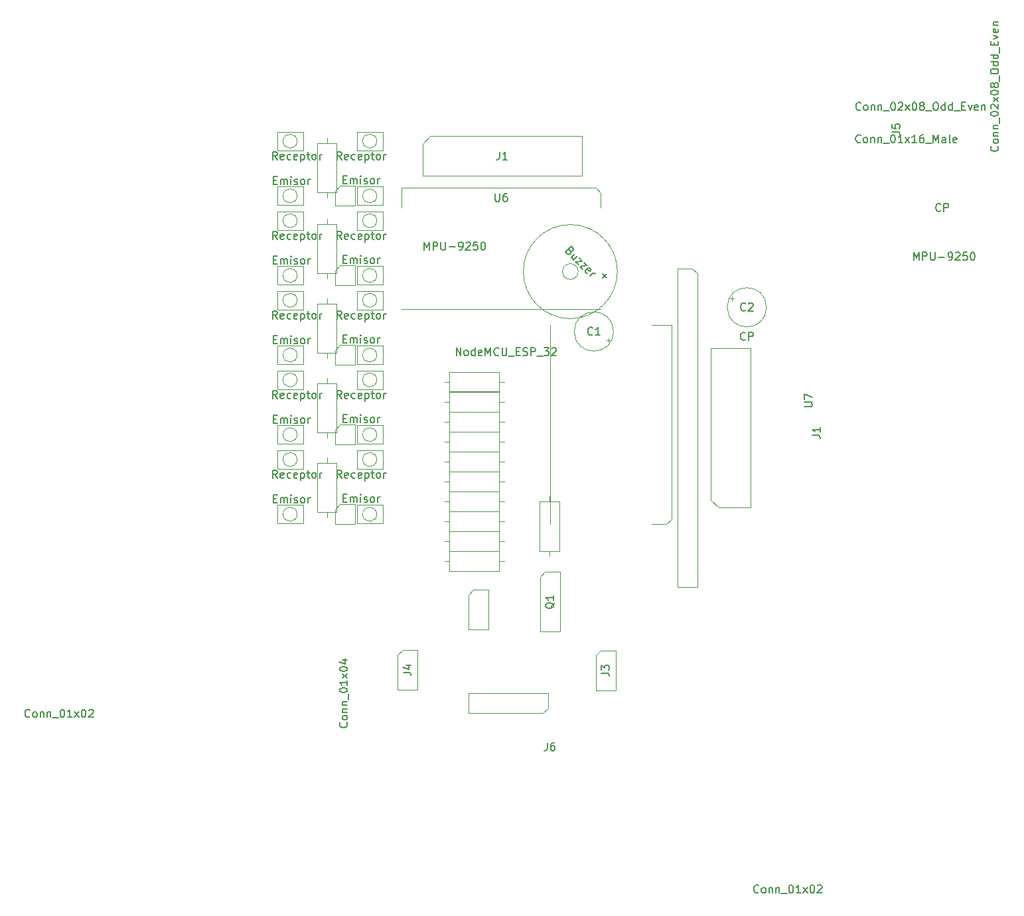
<source format=gbr>
%TF.GenerationSoftware,KiCad,Pcbnew,5.1.9+dfsg1-1*%
%TF.CreationDate,2022-03-08T22:31:32+00:00*%
%TF.ProjectId,guante metaversal,6775616e-7465-4206-9d65-746176657273,rev?*%
%TF.SameCoordinates,Original*%
%TF.FileFunction,Other,Fab,Top*%
%FSLAX46Y46*%
G04 Gerber Fmt 4.6, Leading zero omitted, Abs format (unit mm)*
G04 Created by KiCad (PCBNEW 5.1.9+dfsg1-1) date 2022-03-08 22:31:32*
%MOMM*%
%LPD*%
G01*
G04 APERTURE LIST*
%ADD10C,0.100000*%
%ADD11C,0.150000*%
G04 APERTURE END LIST*
D10*
%TO.C,U7*%
X173863000Y-127000000D02*
X171958000Y-127000000D01*
X159004000Y-127000000D02*
X159004000Y-101600000D01*
X171958000Y-101600000D02*
X174498000Y-101600000D01*
X174498000Y-101600000D02*
X174498000Y-126365000D01*
X174498000Y-126365000D02*
X173863000Y-127000000D01*
%TO.C,R16*%
X131806000Y-119176000D02*
X129306000Y-119176000D01*
X129306000Y-119176000D02*
X129306000Y-125476000D01*
X129306000Y-125476000D02*
X131806000Y-125476000D01*
X131806000Y-125476000D02*
X131806000Y-119176000D01*
X130556000Y-118516000D02*
X130556000Y-119176000D01*
X130556000Y-126136000D02*
X130556000Y-125476000D01*
X131806000Y-109016000D02*
X129306000Y-109016000D01*
X129306000Y-109016000D02*
X129306000Y-115316000D01*
X129306000Y-115316000D02*
X131806000Y-115316000D01*
X131806000Y-115316000D02*
X131806000Y-109016000D01*
X130556000Y-108356000D02*
X130556000Y-109016000D01*
X130556000Y-115976000D02*
X130556000Y-115316000D01*
X131806000Y-98856000D02*
X129306000Y-98856000D01*
X129306000Y-98856000D02*
X129306000Y-105156000D01*
X129306000Y-105156000D02*
X131806000Y-105156000D01*
X131806000Y-105156000D02*
X131806000Y-98856000D01*
X130556000Y-98196000D02*
X130556000Y-98856000D01*
X130556000Y-105816000D02*
X130556000Y-105156000D01*
X131806000Y-88696000D02*
X129306000Y-88696000D01*
X129306000Y-88696000D02*
X129306000Y-94996000D01*
X129306000Y-94996000D02*
X131806000Y-94996000D01*
X131806000Y-94996000D02*
X131806000Y-88696000D01*
X130556000Y-88036000D02*
X130556000Y-88696000D01*
X130556000Y-95656000D02*
X130556000Y-94996000D01*
%TO.C,J1*%
X184581800Y-104571800D02*
X184581800Y-124891800D01*
X179501800Y-104571800D02*
X184581800Y-104571800D01*
X179501800Y-123891800D02*
X179501800Y-104571800D01*
X180501800Y-124891800D02*
X179501800Y-123891800D01*
X184581800Y-124891800D02*
X180501800Y-124891800D01*
%TO.C,TP2*%
X132207000Y-93980000D02*
X134112000Y-93980000D01*
X134112000Y-93980000D02*
X134112000Y-96520000D01*
X134112000Y-96520000D02*
X131572000Y-96520000D01*
X131572000Y-96520000D02*
X131572000Y-94615000D01*
X131572000Y-94615000D02*
X132207000Y-93980000D01*
%TO.C,D3*%
X137667000Y-94050000D02*
X134367000Y-94050000D01*
X137667000Y-96450000D02*
X137667000Y-94050000D01*
X134367000Y-96450000D02*
X137667000Y-96450000D01*
X134367000Y-94050000D02*
X134367000Y-96450000D01*
X136917000Y-95250000D02*
G75*
G03*
X136917000Y-95250000I-900000J0D01*
G01*
%TO.C,D1*%
X126757000Y-95250000D02*
G75*
G03*
X126757000Y-95250000I-900000J0D01*
G01*
X124207000Y-94050000D02*
X124207000Y-96450000D01*
X124207000Y-96450000D02*
X127507000Y-96450000D01*
X127507000Y-96450000D02*
X127507000Y-94050000D01*
X127507000Y-94050000D02*
X124207000Y-94050000D01*
%TO.C,TP2*%
X132207000Y-104140000D02*
X134112000Y-104140000D01*
X134112000Y-104140000D02*
X134112000Y-106680000D01*
X134112000Y-106680000D02*
X131572000Y-106680000D01*
X131572000Y-106680000D02*
X131572000Y-104775000D01*
X131572000Y-104775000D02*
X132207000Y-104140000D01*
%TO.C,D3*%
X137667000Y-104210000D02*
X134367000Y-104210000D01*
X137667000Y-106610000D02*
X137667000Y-104210000D01*
X134367000Y-106610000D02*
X137667000Y-106610000D01*
X134367000Y-104210000D02*
X134367000Y-106610000D01*
X136917000Y-105410000D02*
G75*
G03*
X136917000Y-105410000I-900000J0D01*
G01*
%TO.C,D1*%
X126757000Y-105410000D02*
G75*
G03*
X126757000Y-105410000I-900000J0D01*
G01*
X124207000Y-104210000D02*
X124207000Y-106610000D01*
X124207000Y-106610000D02*
X127507000Y-106610000D01*
X127507000Y-106610000D02*
X127507000Y-104210000D01*
X127507000Y-104210000D02*
X124207000Y-104210000D01*
%TO.C,D2*%
X124207000Y-89465000D02*
X127507000Y-89465000D01*
X124207000Y-87065000D02*
X124207000Y-89465000D01*
X127507000Y-87065000D02*
X124207000Y-87065000D01*
X127507000Y-89465000D02*
X127507000Y-87065000D01*
X126757000Y-88265000D02*
G75*
G03*
X126757000Y-88265000I-900000J0D01*
G01*
%TO.C,D4*%
X136917000Y-88265000D02*
G75*
G03*
X136917000Y-88265000I-900000J0D01*
G01*
X137667000Y-89465000D02*
X137667000Y-87065000D01*
X137667000Y-87065000D02*
X134367000Y-87065000D01*
X134367000Y-87065000D02*
X134367000Y-89465000D01*
X134367000Y-89465000D02*
X137667000Y-89465000D01*
%TO.C,D2*%
X124207000Y-99625000D02*
X127507000Y-99625000D01*
X124207000Y-97225000D02*
X124207000Y-99625000D01*
X127507000Y-97225000D02*
X124207000Y-97225000D01*
X127507000Y-99625000D02*
X127507000Y-97225000D01*
X126757000Y-98425000D02*
G75*
G03*
X126757000Y-98425000I-900000J0D01*
G01*
%TO.C,D4*%
X136917000Y-98425000D02*
G75*
G03*
X136917000Y-98425000I-900000J0D01*
G01*
X137667000Y-99625000D02*
X137667000Y-97225000D01*
X137667000Y-97225000D02*
X134367000Y-97225000D01*
X134367000Y-97225000D02*
X134367000Y-99625000D01*
X134367000Y-99625000D02*
X137667000Y-99625000D01*
X136917000Y-108585000D02*
G75*
G03*
X136917000Y-108585000I-900000J0D01*
G01*
X137667000Y-109785000D02*
X137667000Y-107385000D01*
X137667000Y-107385000D02*
X134367000Y-107385000D01*
X134367000Y-107385000D02*
X134367000Y-109785000D01*
X134367000Y-109785000D02*
X137667000Y-109785000D01*
%TO.C,D2*%
X124207000Y-109785000D02*
X127507000Y-109785000D01*
X124207000Y-107385000D02*
X124207000Y-109785000D01*
X127507000Y-107385000D02*
X124207000Y-107385000D01*
X127507000Y-109785000D02*
X127507000Y-107385000D01*
X126757000Y-108585000D02*
G75*
G03*
X126757000Y-108585000I-900000J0D01*
G01*
%TO.C,TP2*%
X132207000Y-124460000D02*
X134112000Y-124460000D01*
X134112000Y-124460000D02*
X134112000Y-127000000D01*
X134112000Y-127000000D02*
X131572000Y-127000000D01*
X131572000Y-127000000D02*
X131572000Y-125095000D01*
X131572000Y-125095000D02*
X132207000Y-124460000D01*
%TO.C,D3*%
X137667000Y-124530000D02*
X134367000Y-124530000D01*
X137667000Y-126930000D02*
X137667000Y-124530000D01*
X134367000Y-126930000D02*
X137667000Y-126930000D01*
X134367000Y-124530000D02*
X134367000Y-126930000D01*
X136917000Y-125730000D02*
G75*
G03*
X136917000Y-125730000I-900000J0D01*
G01*
%TO.C,D1*%
X126757000Y-125730000D02*
G75*
G03*
X126757000Y-125730000I-900000J0D01*
G01*
X124207000Y-124530000D02*
X124207000Y-126930000D01*
X124207000Y-126930000D02*
X127507000Y-126930000D01*
X127507000Y-126930000D02*
X127507000Y-124530000D01*
X127507000Y-124530000D02*
X124207000Y-124530000D01*
%TO.C,D2*%
X124207000Y-119945000D02*
X127507000Y-119945000D01*
X124207000Y-117545000D02*
X124207000Y-119945000D01*
X127507000Y-117545000D02*
X124207000Y-117545000D01*
X127507000Y-119945000D02*
X127507000Y-117545000D01*
X126757000Y-118745000D02*
G75*
G03*
X126757000Y-118745000I-900000J0D01*
G01*
%TO.C,D4*%
X136917000Y-118745000D02*
G75*
G03*
X136917000Y-118745000I-900000J0D01*
G01*
X137667000Y-119945000D02*
X137667000Y-117545000D01*
X137667000Y-117545000D02*
X134367000Y-117545000D01*
X134367000Y-117545000D02*
X134367000Y-119945000D01*
X134367000Y-119945000D02*
X137667000Y-119945000D01*
%TO.C,D3*%
X137667000Y-114370000D02*
X134367000Y-114370000D01*
X137667000Y-116770000D02*
X137667000Y-114370000D01*
X134367000Y-116770000D02*
X137667000Y-116770000D01*
X134367000Y-114370000D02*
X134367000Y-116770000D01*
X136917000Y-115570000D02*
G75*
G03*
X136917000Y-115570000I-900000J0D01*
G01*
%TO.C,TP2*%
X132207000Y-114300000D02*
X134112000Y-114300000D01*
X134112000Y-114300000D02*
X134112000Y-116840000D01*
X134112000Y-116840000D02*
X131572000Y-116840000D01*
X131572000Y-116840000D02*
X131572000Y-114935000D01*
X131572000Y-114935000D02*
X132207000Y-114300000D01*
%TO.C,D1*%
X126757000Y-115570000D02*
G75*
G03*
X126757000Y-115570000I-900000J0D01*
G01*
X124207000Y-114370000D02*
X124207000Y-116770000D01*
X124207000Y-116770000D02*
X127507000Y-116770000D01*
X127507000Y-116770000D02*
X127507000Y-114370000D01*
X127507000Y-114370000D02*
X124207000Y-114370000D01*
%TO.C,D2*%
X124207000Y-79305000D02*
X127507000Y-79305000D01*
X124207000Y-76905000D02*
X124207000Y-79305000D01*
X127507000Y-76905000D02*
X124207000Y-76905000D01*
X127507000Y-79305000D02*
X127507000Y-76905000D01*
X126757000Y-78105000D02*
G75*
G03*
X126757000Y-78105000I-900000J0D01*
G01*
%TO.C,D1*%
X126757000Y-85090000D02*
G75*
G03*
X126757000Y-85090000I-900000J0D01*
G01*
X124207000Y-83890000D02*
X124207000Y-86290000D01*
X124207000Y-86290000D02*
X127507000Y-86290000D01*
X127507000Y-86290000D02*
X127507000Y-83890000D01*
X127507000Y-83890000D02*
X124207000Y-83890000D01*
%TO.C,D3*%
X137667000Y-83890000D02*
X134367000Y-83890000D01*
X137667000Y-86290000D02*
X137667000Y-83890000D01*
X134367000Y-86290000D02*
X137667000Y-86290000D01*
X134367000Y-83890000D02*
X134367000Y-86290000D01*
X136917000Y-85090000D02*
G75*
G03*
X136917000Y-85090000I-900000J0D01*
G01*
%TO.C,D4*%
X136917000Y-78105000D02*
G75*
G03*
X136917000Y-78105000I-900000J0D01*
G01*
X137667000Y-79305000D02*
X137667000Y-76905000D01*
X137667000Y-76905000D02*
X134367000Y-76905000D01*
X134367000Y-76905000D02*
X134367000Y-79305000D01*
X134367000Y-79305000D02*
X137667000Y-79305000D01*
%TO.C,TP2*%
X132207000Y-83820000D02*
X134112000Y-83820000D01*
X134112000Y-83820000D02*
X134112000Y-86360000D01*
X134112000Y-86360000D02*
X131572000Y-86360000D01*
X131572000Y-86360000D02*
X131572000Y-84455000D01*
X131572000Y-84455000D02*
X132207000Y-83820000D01*
%TO.C,J3*%
X164846000Y-143764000D02*
X165481000Y-143129000D01*
X164846000Y-148209000D02*
X164846000Y-143764000D01*
X167386000Y-148209000D02*
X164846000Y-148209000D01*
X167386000Y-143129000D02*
X167386000Y-148209000D01*
X165481000Y-143129000D02*
X167386000Y-143129000D01*
%TO.C,J4*%
X140208000Y-143065500D02*
X142113000Y-143065500D01*
X142113000Y-143065500D02*
X142113000Y-148145500D01*
X142113000Y-148145500D02*
X139573000Y-148145500D01*
X139573000Y-148145500D02*
X139573000Y-143700500D01*
X139573000Y-143700500D02*
X140208000Y-143065500D01*
%TO.C,BZ1*%
X167611734Y-94758935D02*
G75*
G03*
X167611734Y-94758935I-5999999J0D01*
G01*
X162611735Y-94758935D02*
G75*
G03*
X162611735Y-94758935I-1000000J0D01*
G01*
%TO.C,C1*%
X166495605Y-103750300D02*
X166495605Y-103250300D01*
X166745605Y-103500300D02*
X166245605Y-103500300D01*
X167112000Y-102412800D02*
G75*
G03*
X167112000Y-102412800I-2500000J0D01*
G01*
%TO.C,J1*%
X163068000Y-82550000D02*
X142748000Y-82550000D01*
X163068000Y-77470000D02*
X163068000Y-82550000D01*
X143748000Y-77470000D02*
X163068000Y-77470000D01*
X142748000Y-78470000D02*
X143748000Y-77470000D01*
X142748000Y-82550000D02*
X142748000Y-78470000D01*
%TO.C,U6*%
X165481000Y-84709000D02*
X165481000Y-86614000D01*
X165481000Y-99568000D02*
X140081000Y-99568000D01*
X140081000Y-86614000D02*
X140081000Y-84074000D01*
X140081000Y-84074000D02*
X164846000Y-84074000D01*
X164846000Y-84074000D02*
X165481000Y-84709000D01*
%TO.C,J5*%
X175260000Y-135001000D02*
X175260000Y-94361000D01*
X177800000Y-135001000D02*
X175260000Y-135001000D01*
X177800000Y-94996000D02*
X177800000Y-135001000D01*
X177165000Y-94361000D02*
X177800000Y-94996000D01*
X175260000Y-94361000D02*
X177165000Y-94361000D01*
%TO.C,R1*%
X152502000Y-110076300D02*
X152502000Y-107576300D01*
X152502000Y-107576300D02*
X146202000Y-107576300D01*
X146202000Y-107576300D02*
X146202000Y-110076300D01*
X146202000Y-110076300D02*
X152502000Y-110076300D01*
X153162000Y-108826300D02*
X152502000Y-108826300D01*
X145542000Y-108826300D02*
X146202000Y-108826300D01*
%TO.C,R2*%
X153162000Y-111379000D02*
X152502000Y-111379000D01*
X145542000Y-111379000D02*
X146202000Y-111379000D01*
X152502000Y-110129000D02*
X146202000Y-110129000D01*
X152502000Y-112629000D02*
X152502000Y-110129000D01*
X146202000Y-112629000D02*
X152502000Y-112629000D01*
X146202000Y-110129000D02*
X146202000Y-112629000D01*
%TO.C,R3*%
X146202000Y-112669000D02*
X146202000Y-115169000D01*
X146202000Y-115169000D02*
X152502000Y-115169000D01*
X152502000Y-115169000D02*
X152502000Y-112669000D01*
X152502000Y-112669000D02*
X146202000Y-112669000D01*
X145542000Y-113919000D02*
X146202000Y-113919000D01*
X153162000Y-113919000D02*
X152502000Y-113919000D01*
%TO.C,R4*%
X153162000Y-116459000D02*
X152502000Y-116459000D01*
X145542000Y-116459000D02*
X146202000Y-116459000D01*
X152502000Y-115209000D02*
X146202000Y-115209000D01*
X152502000Y-117709000D02*
X152502000Y-115209000D01*
X146202000Y-117709000D02*
X152502000Y-117709000D01*
X146202000Y-115209000D02*
X146202000Y-117709000D01*
%TO.C,R5*%
X153162000Y-118999000D02*
X152502000Y-118999000D01*
X145542000Y-118999000D02*
X146202000Y-118999000D01*
X152502000Y-117749000D02*
X146202000Y-117749000D01*
X152502000Y-120249000D02*
X152502000Y-117749000D01*
X146202000Y-120249000D02*
X152502000Y-120249000D01*
X146202000Y-117749000D02*
X146202000Y-120249000D01*
%TO.C,R6*%
X146202000Y-120289000D02*
X146202000Y-122789000D01*
X146202000Y-122789000D02*
X152502000Y-122789000D01*
X152502000Y-122789000D02*
X152502000Y-120289000D01*
X152502000Y-120289000D02*
X146202000Y-120289000D01*
X145542000Y-121539000D02*
X146202000Y-121539000D01*
X153162000Y-121539000D02*
X152502000Y-121539000D01*
%TO.C,R7*%
X153162000Y-124079000D02*
X152502000Y-124079000D01*
X145542000Y-124079000D02*
X146202000Y-124079000D01*
X152502000Y-122829000D02*
X146202000Y-122829000D01*
X152502000Y-125329000D02*
X152502000Y-122829000D01*
X146202000Y-125329000D02*
X152502000Y-125329000D01*
X146202000Y-122829000D02*
X146202000Y-125329000D01*
%TO.C,R8*%
X146202000Y-125369000D02*
X146202000Y-127869000D01*
X146202000Y-127869000D02*
X152502000Y-127869000D01*
X152502000Y-127869000D02*
X152502000Y-125369000D01*
X152502000Y-125369000D02*
X146202000Y-125369000D01*
X145542000Y-126619000D02*
X146202000Y-126619000D01*
X153162000Y-126619000D02*
X152502000Y-126619000D01*
%TO.C,R9*%
X153162000Y-129159000D02*
X152502000Y-129159000D01*
X145542000Y-129159000D02*
X146202000Y-129159000D01*
X152502000Y-127909000D02*
X146202000Y-127909000D01*
X152502000Y-130409000D02*
X152502000Y-127909000D01*
X146202000Y-130409000D02*
X152502000Y-130409000D01*
X146202000Y-127909000D02*
X146202000Y-130409000D01*
%TO.C,R10*%
X146202000Y-130449000D02*
X146202000Y-132949000D01*
X146202000Y-132949000D02*
X152502000Y-132949000D01*
X152502000Y-132949000D02*
X152502000Y-130449000D01*
X152502000Y-130449000D02*
X146202000Y-130449000D01*
X145542000Y-131699000D02*
X146202000Y-131699000D01*
X153162000Y-131699000D02*
X152502000Y-131699000D01*
%TO.C,R11*%
X158953200Y-131076700D02*
X158953200Y-130416700D01*
X158953200Y-123456700D02*
X158953200Y-124116700D01*
X160203200Y-130416700D02*
X160203200Y-124116700D01*
X157703200Y-130416700D02*
X160203200Y-130416700D01*
X157703200Y-124116700D02*
X157703200Y-130416700D01*
X160203200Y-124116700D02*
X157703200Y-124116700D01*
%TO.C,R16*%
X131806000Y-78384000D02*
X129306000Y-78384000D01*
X129306000Y-78384000D02*
X129306000Y-84684000D01*
X129306000Y-84684000D02*
X131806000Y-84684000D01*
X131806000Y-84684000D02*
X131806000Y-78384000D01*
X130556000Y-77724000D02*
X130556000Y-78384000D01*
X130556000Y-85344000D02*
X130556000Y-84684000D01*
%TO.C,C2*%
X182246395Y-97976500D02*
X182246395Y-98476500D01*
X181996395Y-98226500D02*
X182496395Y-98226500D01*
X186630000Y-99314000D02*
G75*
G03*
X186630000Y-99314000I-2500000J0D01*
G01*
%TO.C,J6*%
X158750000Y-148590000D02*
X158750000Y-150495000D01*
X158750000Y-150495000D02*
X158115000Y-151130000D01*
X158115000Y-151130000D02*
X148590000Y-151130000D01*
X148590000Y-151130000D02*
X148590000Y-148590000D01*
X148590000Y-148590000D02*
X158750000Y-148590000D01*
%TO.C,M6*%
X149225000Y-135382000D02*
X151130000Y-135382000D01*
X151130000Y-135382000D02*
X151130000Y-140462000D01*
X151130000Y-140462000D02*
X148590000Y-140462000D01*
X148590000Y-140462000D02*
X148590000Y-136017000D01*
X148590000Y-136017000D02*
X149225000Y-135382000D01*
%TO.C,Q1*%
X158381700Y-133108700D02*
X160286700Y-133108700D01*
X160286700Y-133108700D02*
X160286700Y-140728700D01*
X160286700Y-140728700D02*
X157746700Y-140728700D01*
X157746700Y-140728700D02*
X157746700Y-133743700D01*
X157746700Y-133743700D02*
X158381700Y-133108700D01*
%TD*%
%TO.C,U7*%
D11*
X205415047Y-93289380D02*
X205415047Y-92289380D01*
X205748380Y-93003666D01*
X206081714Y-92289380D01*
X206081714Y-93289380D01*
X206557904Y-93289380D02*
X206557904Y-92289380D01*
X206938857Y-92289380D01*
X207034095Y-92337000D01*
X207081714Y-92384619D01*
X207129333Y-92479857D01*
X207129333Y-92622714D01*
X207081714Y-92717952D01*
X207034095Y-92765571D01*
X206938857Y-92813190D01*
X206557904Y-92813190D01*
X207557904Y-92289380D02*
X207557904Y-93098904D01*
X207605523Y-93194142D01*
X207653142Y-93241761D01*
X207748380Y-93289380D01*
X207938857Y-93289380D01*
X208034095Y-93241761D01*
X208081714Y-93194142D01*
X208129333Y-93098904D01*
X208129333Y-92289380D01*
X208605523Y-92908428D02*
X209367428Y-92908428D01*
X209891238Y-93289380D02*
X210081714Y-93289380D01*
X210176952Y-93241761D01*
X210224571Y-93194142D01*
X210319809Y-93051285D01*
X210367428Y-92860809D01*
X210367428Y-92479857D01*
X210319809Y-92384619D01*
X210272190Y-92337000D01*
X210176952Y-92289380D01*
X209986476Y-92289380D01*
X209891238Y-92337000D01*
X209843619Y-92384619D01*
X209796000Y-92479857D01*
X209796000Y-92717952D01*
X209843619Y-92813190D01*
X209891238Y-92860809D01*
X209986476Y-92908428D01*
X210176952Y-92908428D01*
X210272190Y-92860809D01*
X210319809Y-92813190D01*
X210367428Y-92717952D01*
X210748380Y-92384619D02*
X210796000Y-92337000D01*
X210891238Y-92289380D01*
X211129333Y-92289380D01*
X211224571Y-92337000D01*
X211272190Y-92384619D01*
X211319809Y-92479857D01*
X211319809Y-92575095D01*
X211272190Y-92717952D01*
X210700761Y-93289380D01*
X211319809Y-93289380D01*
X212224571Y-92289380D02*
X211748380Y-92289380D01*
X211700761Y-92765571D01*
X211748380Y-92717952D01*
X211843619Y-92670333D01*
X212081714Y-92670333D01*
X212176952Y-92717952D01*
X212224571Y-92765571D01*
X212272190Y-92860809D01*
X212272190Y-93098904D01*
X212224571Y-93194142D01*
X212176952Y-93241761D01*
X212081714Y-93289380D01*
X211843619Y-93289380D01*
X211748380Y-93241761D01*
X211700761Y-93194142D01*
X212891238Y-92289380D02*
X212986476Y-92289380D01*
X213081714Y-92337000D01*
X213129333Y-92384619D01*
X213176952Y-92479857D01*
X213224571Y-92670333D01*
X213224571Y-92908428D01*
X213176952Y-93098904D01*
X213129333Y-93194142D01*
X213081714Y-93241761D01*
X212986476Y-93289380D01*
X212891238Y-93289380D01*
X212796000Y-93241761D01*
X212748380Y-93194142D01*
X212700761Y-93098904D01*
X212653142Y-92908428D01*
X212653142Y-92670333D01*
X212700761Y-92479857D01*
X212748380Y-92384619D01*
X212796000Y-92337000D01*
X212891238Y-92289380D01*
X191476380Y-112013904D02*
X192285904Y-112013904D01*
X192381142Y-111966285D01*
X192428761Y-111918666D01*
X192476380Y-111823428D01*
X192476380Y-111632952D01*
X192428761Y-111537714D01*
X192381142Y-111490095D01*
X192285904Y-111442476D01*
X191476380Y-111442476D01*
X191476380Y-111061523D02*
X191476380Y-110394857D01*
X192476380Y-110823428D01*
%TO.C,J1*%
X198655942Y-74067942D02*
X198608323Y-74115561D01*
X198465466Y-74163180D01*
X198370228Y-74163180D01*
X198227371Y-74115561D01*
X198132133Y-74020323D01*
X198084514Y-73925085D01*
X198036895Y-73734609D01*
X198036895Y-73591752D01*
X198084514Y-73401276D01*
X198132133Y-73306038D01*
X198227371Y-73210800D01*
X198370228Y-73163180D01*
X198465466Y-73163180D01*
X198608323Y-73210800D01*
X198655942Y-73258419D01*
X199227371Y-74163180D02*
X199132133Y-74115561D01*
X199084514Y-74067942D01*
X199036895Y-73972704D01*
X199036895Y-73686990D01*
X199084514Y-73591752D01*
X199132133Y-73544133D01*
X199227371Y-73496514D01*
X199370228Y-73496514D01*
X199465466Y-73544133D01*
X199513085Y-73591752D01*
X199560704Y-73686990D01*
X199560704Y-73972704D01*
X199513085Y-74067942D01*
X199465466Y-74115561D01*
X199370228Y-74163180D01*
X199227371Y-74163180D01*
X199989276Y-73496514D02*
X199989276Y-74163180D01*
X199989276Y-73591752D02*
X200036895Y-73544133D01*
X200132133Y-73496514D01*
X200274990Y-73496514D01*
X200370228Y-73544133D01*
X200417847Y-73639371D01*
X200417847Y-74163180D01*
X200894038Y-73496514D02*
X200894038Y-74163180D01*
X200894038Y-73591752D02*
X200941657Y-73544133D01*
X201036895Y-73496514D01*
X201179752Y-73496514D01*
X201274990Y-73544133D01*
X201322609Y-73639371D01*
X201322609Y-74163180D01*
X201560704Y-74258419D02*
X202322609Y-74258419D01*
X202751180Y-73163180D02*
X202846419Y-73163180D01*
X202941657Y-73210800D01*
X202989276Y-73258419D01*
X203036895Y-73353657D01*
X203084514Y-73544133D01*
X203084514Y-73782228D01*
X203036895Y-73972704D01*
X202989276Y-74067942D01*
X202941657Y-74115561D01*
X202846419Y-74163180D01*
X202751180Y-74163180D01*
X202655942Y-74115561D01*
X202608323Y-74067942D01*
X202560704Y-73972704D01*
X202513085Y-73782228D01*
X202513085Y-73544133D01*
X202560704Y-73353657D01*
X202608323Y-73258419D01*
X202655942Y-73210800D01*
X202751180Y-73163180D01*
X203465466Y-73258419D02*
X203513085Y-73210800D01*
X203608323Y-73163180D01*
X203846419Y-73163180D01*
X203941657Y-73210800D01*
X203989276Y-73258419D01*
X204036895Y-73353657D01*
X204036895Y-73448895D01*
X203989276Y-73591752D01*
X203417847Y-74163180D01*
X204036895Y-74163180D01*
X204370228Y-74163180D02*
X204894038Y-73496514D01*
X204370228Y-73496514D02*
X204894038Y-74163180D01*
X205465466Y-73163180D02*
X205560704Y-73163180D01*
X205655942Y-73210800D01*
X205703561Y-73258419D01*
X205751180Y-73353657D01*
X205798800Y-73544133D01*
X205798800Y-73782228D01*
X205751180Y-73972704D01*
X205703561Y-74067942D01*
X205655942Y-74115561D01*
X205560704Y-74163180D01*
X205465466Y-74163180D01*
X205370228Y-74115561D01*
X205322609Y-74067942D01*
X205274990Y-73972704D01*
X205227371Y-73782228D01*
X205227371Y-73544133D01*
X205274990Y-73353657D01*
X205322609Y-73258419D01*
X205370228Y-73210800D01*
X205465466Y-73163180D01*
X206370228Y-73591752D02*
X206274990Y-73544133D01*
X206227371Y-73496514D01*
X206179752Y-73401276D01*
X206179752Y-73353657D01*
X206227371Y-73258419D01*
X206274990Y-73210800D01*
X206370228Y-73163180D01*
X206560704Y-73163180D01*
X206655942Y-73210800D01*
X206703561Y-73258419D01*
X206751180Y-73353657D01*
X206751180Y-73401276D01*
X206703561Y-73496514D01*
X206655942Y-73544133D01*
X206560704Y-73591752D01*
X206370228Y-73591752D01*
X206274990Y-73639371D01*
X206227371Y-73686990D01*
X206179752Y-73782228D01*
X206179752Y-73972704D01*
X206227371Y-74067942D01*
X206274990Y-74115561D01*
X206370228Y-74163180D01*
X206560704Y-74163180D01*
X206655942Y-74115561D01*
X206703561Y-74067942D01*
X206751180Y-73972704D01*
X206751180Y-73782228D01*
X206703561Y-73686990D01*
X206655942Y-73639371D01*
X206560704Y-73591752D01*
X206941657Y-74258419D02*
X207703561Y-74258419D01*
X208132133Y-73163180D02*
X208322609Y-73163180D01*
X208417847Y-73210800D01*
X208513085Y-73306038D01*
X208560704Y-73496514D01*
X208560704Y-73829847D01*
X208513085Y-74020323D01*
X208417847Y-74115561D01*
X208322609Y-74163180D01*
X208132133Y-74163180D01*
X208036895Y-74115561D01*
X207941657Y-74020323D01*
X207894038Y-73829847D01*
X207894038Y-73496514D01*
X207941657Y-73306038D01*
X208036895Y-73210800D01*
X208132133Y-73163180D01*
X209417847Y-74163180D02*
X209417847Y-73163180D01*
X209417847Y-74115561D02*
X209322609Y-74163180D01*
X209132133Y-74163180D01*
X209036895Y-74115561D01*
X208989276Y-74067942D01*
X208941657Y-73972704D01*
X208941657Y-73686990D01*
X208989276Y-73591752D01*
X209036895Y-73544133D01*
X209132133Y-73496514D01*
X209322609Y-73496514D01*
X209417847Y-73544133D01*
X210322609Y-74163180D02*
X210322609Y-73163180D01*
X210322609Y-74115561D02*
X210227371Y-74163180D01*
X210036895Y-74163180D01*
X209941657Y-74115561D01*
X209894038Y-74067942D01*
X209846419Y-73972704D01*
X209846419Y-73686990D01*
X209894038Y-73591752D01*
X209941657Y-73544133D01*
X210036895Y-73496514D01*
X210227371Y-73496514D01*
X210322609Y-73544133D01*
X210560704Y-74258419D02*
X211322609Y-74258419D01*
X211560704Y-73639371D02*
X211894038Y-73639371D01*
X212036895Y-74163180D02*
X211560704Y-74163180D01*
X211560704Y-73163180D01*
X212036895Y-73163180D01*
X212370228Y-73496514D02*
X212608323Y-74163180D01*
X212846419Y-73496514D01*
X213608323Y-74115561D02*
X213513085Y-74163180D01*
X213322609Y-74163180D01*
X213227371Y-74115561D01*
X213179752Y-74020323D01*
X213179752Y-73639371D01*
X213227371Y-73544133D01*
X213322609Y-73496514D01*
X213513085Y-73496514D01*
X213608323Y-73544133D01*
X213655942Y-73639371D01*
X213655942Y-73734609D01*
X213179752Y-73829847D01*
X214084514Y-73496514D02*
X214084514Y-74163180D01*
X214084514Y-73591752D02*
X214132133Y-73544133D01*
X214227371Y-73496514D01*
X214370228Y-73496514D01*
X214465466Y-73544133D01*
X214513085Y-73639371D01*
X214513085Y-74163180D01*
X192492380Y-115649333D02*
X193206666Y-115649333D01*
X193349523Y-115696952D01*
X193444761Y-115792190D01*
X193492380Y-115935047D01*
X193492380Y-116030285D01*
X193492380Y-114649333D02*
X193492380Y-115220761D01*
X193492380Y-114935047D02*
X192492380Y-114935047D01*
X192635238Y-115030285D01*
X192730476Y-115125523D01*
X192778095Y-115220761D01*
%TO.C,U2*%
X147058857Y-105481380D02*
X147058857Y-104481380D01*
X147630285Y-105481380D01*
X147630285Y-104481380D01*
X148249333Y-105481380D02*
X148154095Y-105433761D01*
X148106476Y-105386142D01*
X148058857Y-105290904D01*
X148058857Y-105005190D01*
X148106476Y-104909952D01*
X148154095Y-104862333D01*
X148249333Y-104814714D01*
X148392190Y-104814714D01*
X148487428Y-104862333D01*
X148535047Y-104909952D01*
X148582666Y-105005190D01*
X148582666Y-105290904D01*
X148535047Y-105386142D01*
X148487428Y-105433761D01*
X148392190Y-105481380D01*
X148249333Y-105481380D01*
X149439809Y-105481380D02*
X149439809Y-104481380D01*
X149439809Y-105433761D02*
X149344571Y-105481380D01*
X149154095Y-105481380D01*
X149058857Y-105433761D01*
X149011238Y-105386142D01*
X148963619Y-105290904D01*
X148963619Y-105005190D01*
X149011238Y-104909952D01*
X149058857Y-104862333D01*
X149154095Y-104814714D01*
X149344571Y-104814714D01*
X149439809Y-104862333D01*
X150296952Y-105433761D02*
X150201714Y-105481380D01*
X150011238Y-105481380D01*
X149916000Y-105433761D01*
X149868380Y-105338523D01*
X149868380Y-104957571D01*
X149916000Y-104862333D01*
X150011238Y-104814714D01*
X150201714Y-104814714D01*
X150296952Y-104862333D01*
X150344571Y-104957571D01*
X150344571Y-105052809D01*
X149868380Y-105148047D01*
X150773142Y-105481380D02*
X150773142Y-104481380D01*
X151106476Y-105195666D01*
X151439809Y-104481380D01*
X151439809Y-105481380D01*
X152487428Y-105386142D02*
X152439809Y-105433761D01*
X152296952Y-105481380D01*
X152201714Y-105481380D01*
X152058857Y-105433761D01*
X151963619Y-105338523D01*
X151916000Y-105243285D01*
X151868380Y-105052809D01*
X151868380Y-104909952D01*
X151916000Y-104719476D01*
X151963619Y-104624238D01*
X152058857Y-104529000D01*
X152201714Y-104481380D01*
X152296952Y-104481380D01*
X152439809Y-104529000D01*
X152487428Y-104576619D01*
X152916000Y-104481380D02*
X152916000Y-105290904D01*
X152963619Y-105386142D01*
X153011238Y-105433761D01*
X153106476Y-105481380D01*
X153296952Y-105481380D01*
X153392190Y-105433761D01*
X153439809Y-105386142D01*
X153487428Y-105290904D01*
X153487428Y-104481380D01*
X153725523Y-105576619D02*
X154487428Y-105576619D01*
X154725523Y-104957571D02*
X155058857Y-104957571D01*
X155201714Y-105481380D02*
X154725523Y-105481380D01*
X154725523Y-104481380D01*
X155201714Y-104481380D01*
X155582666Y-105433761D02*
X155725523Y-105481380D01*
X155963619Y-105481380D01*
X156058857Y-105433761D01*
X156106476Y-105386142D01*
X156154095Y-105290904D01*
X156154095Y-105195666D01*
X156106476Y-105100428D01*
X156058857Y-105052809D01*
X155963619Y-105005190D01*
X155773142Y-104957571D01*
X155677904Y-104909952D01*
X155630285Y-104862333D01*
X155582666Y-104767095D01*
X155582666Y-104671857D01*
X155630285Y-104576619D01*
X155677904Y-104529000D01*
X155773142Y-104481380D01*
X156011238Y-104481380D01*
X156154095Y-104529000D01*
X156582666Y-105481380D02*
X156582666Y-104481380D01*
X156963619Y-104481380D01*
X157058857Y-104529000D01*
X157106476Y-104576619D01*
X157154095Y-104671857D01*
X157154095Y-104814714D01*
X157106476Y-104909952D01*
X157058857Y-104957571D01*
X156963619Y-105005190D01*
X156582666Y-105005190D01*
X157344571Y-105576619D02*
X158106476Y-105576619D01*
X158249333Y-104481380D02*
X158868380Y-104481380D01*
X158535047Y-104862333D01*
X158677904Y-104862333D01*
X158773142Y-104909952D01*
X158820761Y-104957571D01*
X158868380Y-105052809D01*
X158868380Y-105290904D01*
X158820761Y-105386142D01*
X158773142Y-105433761D01*
X158677904Y-105481380D01*
X158392190Y-105481380D01*
X158296952Y-105433761D01*
X158249333Y-105386142D01*
X159249333Y-104576619D02*
X159296952Y-104529000D01*
X159392190Y-104481380D01*
X159630285Y-104481380D01*
X159725523Y-104529000D01*
X159773142Y-104576619D01*
X159820761Y-104671857D01*
X159820761Y-104767095D01*
X159773142Y-104909952D01*
X159201714Y-105481380D01*
X159820761Y-105481380D01*
%TO.C,TP2*%
%TO.C,D3*%
X132626285Y-93193571D02*
X132959619Y-93193571D01*
X133102476Y-93717380D02*
X132626285Y-93717380D01*
X132626285Y-92717380D01*
X133102476Y-92717380D01*
X133531047Y-93717380D02*
X133531047Y-93050714D01*
X133531047Y-93145952D02*
X133578666Y-93098333D01*
X133673904Y-93050714D01*
X133816761Y-93050714D01*
X133912000Y-93098333D01*
X133959619Y-93193571D01*
X133959619Y-93717380D01*
X133959619Y-93193571D02*
X134007238Y-93098333D01*
X134102476Y-93050714D01*
X134245333Y-93050714D01*
X134340571Y-93098333D01*
X134388190Y-93193571D01*
X134388190Y-93717380D01*
X134864380Y-93717380D02*
X134864380Y-93050714D01*
X134864380Y-92717380D02*
X134816761Y-92765000D01*
X134864380Y-92812619D01*
X134912000Y-92765000D01*
X134864380Y-92717380D01*
X134864380Y-92812619D01*
X135292952Y-93669761D02*
X135388190Y-93717380D01*
X135578666Y-93717380D01*
X135673904Y-93669761D01*
X135721523Y-93574523D01*
X135721523Y-93526904D01*
X135673904Y-93431666D01*
X135578666Y-93384047D01*
X135435809Y-93384047D01*
X135340571Y-93336428D01*
X135292952Y-93241190D01*
X135292952Y-93193571D01*
X135340571Y-93098333D01*
X135435809Y-93050714D01*
X135578666Y-93050714D01*
X135673904Y-93098333D01*
X136292952Y-93717380D02*
X136197714Y-93669761D01*
X136150095Y-93622142D01*
X136102476Y-93526904D01*
X136102476Y-93241190D01*
X136150095Y-93145952D01*
X136197714Y-93098333D01*
X136292952Y-93050714D01*
X136435809Y-93050714D01*
X136531047Y-93098333D01*
X136578666Y-93145952D01*
X136626285Y-93241190D01*
X136626285Y-93526904D01*
X136578666Y-93622142D01*
X136531047Y-93669761D01*
X136435809Y-93717380D01*
X136292952Y-93717380D01*
X137054857Y-93717380D02*
X137054857Y-93050714D01*
X137054857Y-93241190D02*
X137102476Y-93145952D01*
X137150095Y-93098333D01*
X137245333Y-93050714D01*
X137340571Y-93050714D01*
%TO.C,D1*%
X123726285Y-93273571D02*
X124059619Y-93273571D01*
X124202476Y-93797380D02*
X123726285Y-93797380D01*
X123726285Y-92797380D01*
X124202476Y-92797380D01*
X124631047Y-93797380D02*
X124631047Y-93130714D01*
X124631047Y-93225952D02*
X124678666Y-93178333D01*
X124773904Y-93130714D01*
X124916761Y-93130714D01*
X125012000Y-93178333D01*
X125059619Y-93273571D01*
X125059619Y-93797380D01*
X125059619Y-93273571D02*
X125107238Y-93178333D01*
X125202476Y-93130714D01*
X125345333Y-93130714D01*
X125440571Y-93178333D01*
X125488190Y-93273571D01*
X125488190Y-93797380D01*
X125964380Y-93797380D02*
X125964380Y-93130714D01*
X125964380Y-92797380D02*
X125916761Y-92845000D01*
X125964380Y-92892619D01*
X126012000Y-92845000D01*
X125964380Y-92797380D01*
X125964380Y-92892619D01*
X126392952Y-93749761D02*
X126488190Y-93797380D01*
X126678666Y-93797380D01*
X126773904Y-93749761D01*
X126821523Y-93654523D01*
X126821523Y-93606904D01*
X126773904Y-93511666D01*
X126678666Y-93464047D01*
X126535809Y-93464047D01*
X126440571Y-93416428D01*
X126392952Y-93321190D01*
X126392952Y-93273571D01*
X126440571Y-93178333D01*
X126535809Y-93130714D01*
X126678666Y-93130714D01*
X126773904Y-93178333D01*
X127392952Y-93797380D02*
X127297714Y-93749761D01*
X127250095Y-93702142D01*
X127202476Y-93606904D01*
X127202476Y-93321190D01*
X127250095Y-93225952D01*
X127297714Y-93178333D01*
X127392952Y-93130714D01*
X127535809Y-93130714D01*
X127631047Y-93178333D01*
X127678666Y-93225952D01*
X127726285Y-93321190D01*
X127726285Y-93606904D01*
X127678666Y-93702142D01*
X127631047Y-93749761D01*
X127535809Y-93797380D01*
X127392952Y-93797380D01*
X128154857Y-93797380D02*
X128154857Y-93130714D01*
X128154857Y-93321190D02*
X128202476Y-93225952D01*
X128250095Y-93178333D01*
X128345333Y-93130714D01*
X128440571Y-93130714D01*
%TO.C,TP2*%
%TO.C,D3*%
X132626285Y-103353571D02*
X132959619Y-103353571D01*
X133102476Y-103877380D02*
X132626285Y-103877380D01*
X132626285Y-102877380D01*
X133102476Y-102877380D01*
X133531047Y-103877380D02*
X133531047Y-103210714D01*
X133531047Y-103305952D02*
X133578666Y-103258333D01*
X133673904Y-103210714D01*
X133816761Y-103210714D01*
X133912000Y-103258333D01*
X133959619Y-103353571D01*
X133959619Y-103877380D01*
X133959619Y-103353571D02*
X134007238Y-103258333D01*
X134102476Y-103210714D01*
X134245333Y-103210714D01*
X134340571Y-103258333D01*
X134388190Y-103353571D01*
X134388190Y-103877380D01*
X134864380Y-103877380D02*
X134864380Y-103210714D01*
X134864380Y-102877380D02*
X134816761Y-102925000D01*
X134864380Y-102972619D01*
X134912000Y-102925000D01*
X134864380Y-102877380D01*
X134864380Y-102972619D01*
X135292952Y-103829761D02*
X135388190Y-103877380D01*
X135578666Y-103877380D01*
X135673904Y-103829761D01*
X135721523Y-103734523D01*
X135721523Y-103686904D01*
X135673904Y-103591666D01*
X135578666Y-103544047D01*
X135435809Y-103544047D01*
X135340571Y-103496428D01*
X135292952Y-103401190D01*
X135292952Y-103353571D01*
X135340571Y-103258333D01*
X135435809Y-103210714D01*
X135578666Y-103210714D01*
X135673904Y-103258333D01*
X136292952Y-103877380D02*
X136197714Y-103829761D01*
X136150095Y-103782142D01*
X136102476Y-103686904D01*
X136102476Y-103401190D01*
X136150095Y-103305952D01*
X136197714Y-103258333D01*
X136292952Y-103210714D01*
X136435809Y-103210714D01*
X136531047Y-103258333D01*
X136578666Y-103305952D01*
X136626285Y-103401190D01*
X136626285Y-103686904D01*
X136578666Y-103782142D01*
X136531047Y-103829761D01*
X136435809Y-103877380D01*
X136292952Y-103877380D01*
X137054857Y-103877380D02*
X137054857Y-103210714D01*
X137054857Y-103401190D02*
X137102476Y-103305952D01*
X137150095Y-103258333D01*
X137245333Y-103210714D01*
X137340571Y-103210714D01*
%TO.C,D1*%
X123726285Y-103433571D02*
X124059619Y-103433571D01*
X124202476Y-103957380D02*
X123726285Y-103957380D01*
X123726285Y-102957380D01*
X124202476Y-102957380D01*
X124631047Y-103957380D02*
X124631047Y-103290714D01*
X124631047Y-103385952D02*
X124678666Y-103338333D01*
X124773904Y-103290714D01*
X124916761Y-103290714D01*
X125012000Y-103338333D01*
X125059619Y-103433571D01*
X125059619Y-103957380D01*
X125059619Y-103433571D02*
X125107238Y-103338333D01*
X125202476Y-103290714D01*
X125345333Y-103290714D01*
X125440571Y-103338333D01*
X125488190Y-103433571D01*
X125488190Y-103957380D01*
X125964380Y-103957380D02*
X125964380Y-103290714D01*
X125964380Y-102957380D02*
X125916761Y-103005000D01*
X125964380Y-103052619D01*
X126012000Y-103005000D01*
X125964380Y-102957380D01*
X125964380Y-103052619D01*
X126392952Y-103909761D02*
X126488190Y-103957380D01*
X126678666Y-103957380D01*
X126773904Y-103909761D01*
X126821523Y-103814523D01*
X126821523Y-103766904D01*
X126773904Y-103671666D01*
X126678666Y-103624047D01*
X126535809Y-103624047D01*
X126440571Y-103576428D01*
X126392952Y-103481190D01*
X126392952Y-103433571D01*
X126440571Y-103338333D01*
X126535809Y-103290714D01*
X126678666Y-103290714D01*
X126773904Y-103338333D01*
X127392952Y-103957380D02*
X127297714Y-103909761D01*
X127250095Y-103862142D01*
X127202476Y-103766904D01*
X127202476Y-103481190D01*
X127250095Y-103385952D01*
X127297714Y-103338333D01*
X127392952Y-103290714D01*
X127535809Y-103290714D01*
X127631047Y-103338333D01*
X127678666Y-103385952D01*
X127726285Y-103481190D01*
X127726285Y-103766904D01*
X127678666Y-103862142D01*
X127631047Y-103909761D01*
X127535809Y-103957380D01*
X127392952Y-103957380D01*
X128154857Y-103957380D02*
X128154857Y-103290714D01*
X128154857Y-103481190D02*
X128202476Y-103385952D01*
X128250095Y-103338333D01*
X128345333Y-103290714D01*
X128440571Y-103290714D01*
%TO.C,D2*%
X124235809Y-90617380D02*
X123902476Y-90141190D01*
X123664380Y-90617380D02*
X123664380Y-89617380D01*
X124045333Y-89617380D01*
X124140571Y-89665000D01*
X124188190Y-89712619D01*
X124235809Y-89807857D01*
X124235809Y-89950714D01*
X124188190Y-90045952D01*
X124140571Y-90093571D01*
X124045333Y-90141190D01*
X123664380Y-90141190D01*
X125045333Y-90569761D02*
X124950095Y-90617380D01*
X124759619Y-90617380D01*
X124664380Y-90569761D01*
X124616761Y-90474523D01*
X124616761Y-90093571D01*
X124664380Y-89998333D01*
X124759619Y-89950714D01*
X124950095Y-89950714D01*
X125045333Y-89998333D01*
X125092952Y-90093571D01*
X125092952Y-90188809D01*
X124616761Y-90284047D01*
X125950095Y-90569761D02*
X125854857Y-90617380D01*
X125664380Y-90617380D01*
X125569142Y-90569761D01*
X125521523Y-90522142D01*
X125473904Y-90426904D01*
X125473904Y-90141190D01*
X125521523Y-90045952D01*
X125569142Y-89998333D01*
X125664380Y-89950714D01*
X125854857Y-89950714D01*
X125950095Y-89998333D01*
X126759619Y-90569761D02*
X126664380Y-90617380D01*
X126473904Y-90617380D01*
X126378666Y-90569761D01*
X126331047Y-90474523D01*
X126331047Y-90093571D01*
X126378666Y-89998333D01*
X126473904Y-89950714D01*
X126664380Y-89950714D01*
X126759619Y-89998333D01*
X126807238Y-90093571D01*
X126807238Y-90188809D01*
X126331047Y-90284047D01*
X127235809Y-89950714D02*
X127235809Y-90950714D01*
X127235809Y-89998333D02*
X127331047Y-89950714D01*
X127521523Y-89950714D01*
X127616761Y-89998333D01*
X127664380Y-90045952D01*
X127712000Y-90141190D01*
X127712000Y-90426904D01*
X127664380Y-90522142D01*
X127616761Y-90569761D01*
X127521523Y-90617380D01*
X127331047Y-90617380D01*
X127235809Y-90569761D01*
X127997714Y-89950714D02*
X128378666Y-89950714D01*
X128140571Y-89617380D02*
X128140571Y-90474523D01*
X128188190Y-90569761D01*
X128283428Y-90617380D01*
X128378666Y-90617380D01*
X128854857Y-90617380D02*
X128759619Y-90569761D01*
X128712000Y-90522142D01*
X128664380Y-90426904D01*
X128664380Y-90141190D01*
X128712000Y-90045952D01*
X128759619Y-89998333D01*
X128854857Y-89950714D01*
X128997714Y-89950714D01*
X129092952Y-89998333D01*
X129140571Y-90045952D01*
X129188190Y-90141190D01*
X129188190Y-90426904D01*
X129140571Y-90522142D01*
X129092952Y-90569761D01*
X128997714Y-90617380D01*
X128854857Y-90617380D01*
X129616761Y-90617380D02*
X129616761Y-89950714D01*
X129616761Y-90141190D02*
X129664380Y-90045952D01*
X129712000Y-89998333D01*
X129807238Y-89950714D01*
X129902476Y-89950714D01*
%TO.C,D4*%
X132435809Y-90622380D02*
X132102476Y-90146190D01*
X131864380Y-90622380D02*
X131864380Y-89622380D01*
X132245333Y-89622380D01*
X132340571Y-89670000D01*
X132388190Y-89717619D01*
X132435809Y-89812857D01*
X132435809Y-89955714D01*
X132388190Y-90050952D01*
X132340571Y-90098571D01*
X132245333Y-90146190D01*
X131864380Y-90146190D01*
X133245333Y-90574761D02*
X133150095Y-90622380D01*
X132959619Y-90622380D01*
X132864380Y-90574761D01*
X132816761Y-90479523D01*
X132816761Y-90098571D01*
X132864380Y-90003333D01*
X132959619Y-89955714D01*
X133150095Y-89955714D01*
X133245333Y-90003333D01*
X133292952Y-90098571D01*
X133292952Y-90193809D01*
X132816761Y-90289047D01*
X134150095Y-90574761D02*
X134054857Y-90622380D01*
X133864380Y-90622380D01*
X133769142Y-90574761D01*
X133721523Y-90527142D01*
X133673904Y-90431904D01*
X133673904Y-90146190D01*
X133721523Y-90050952D01*
X133769142Y-90003333D01*
X133864380Y-89955714D01*
X134054857Y-89955714D01*
X134150095Y-90003333D01*
X134959619Y-90574761D02*
X134864380Y-90622380D01*
X134673904Y-90622380D01*
X134578666Y-90574761D01*
X134531047Y-90479523D01*
X134531047Y-90098571D01*
X134578666Y-90003333D01*
X134673904Y-89955714D01*
X134864380Y-89955714D01*
X134959619Y-90003333D01*
X135007238Y-90098571D01*
X135007238Y-90193809D01*
X134531047Y-90289047D01*
X135435809Y-89955714D02*
X135435809Y-90955714D01*
X135435809Y-90003333D02*
X135531047Y-89955714D01*
X135721523Y-89955714D01*
X135816761Y-90003333D01*
X135864380Y-90050952D01*
X135912000Y-90146190D01*
X135912000Y-90431904D01*
X135864380Y-90527142D01*
X135816761Y-90574761D01*
X135721523Y-90622380D01*
X135531047Y-90622380D01*
X135435809Y-90574761D01*
X136197714Y-89955714D02*
X136578666Y-89955714D01*
X136340571Y-89622380D02*
X136340571Y-90479523D01*
X136388190Y-90574761D01*
X136483428Y-90622380D01*
X136578666Y-90622380D01*
X137054857Y-90622380D02*
X136959619Y-90574761D01*
X136912000Y-90527142D01*
X136864380Y-90431904D01*
X136864380Y-90146190D01*
X136912000Y-90050952D01*
X136959619Y-90003333D01*
X137054857Y-89955714D01*
X137197714Y-89955714D01*
X137292952Y-90003333D01*
X137340571Y-90050952D01*
X137388190Y-90146190D01*
X137388190Y-90431904D01*
X137340571Y-90527142D01*
X137292952Y-90574761D01*
X137197714Y-90622380D01*
X137054857Y-90622380D01*
X137816761Y-90622380D02*
X137816761Y-89955714D01*
X137816761Y-90146190D02*
X137864380Y-90050952D01*
X137912000Y-90003333D01*
X138007238Y-89955714D01*
X138102476Y-89955714D01*
%TO.C,D2*%
X124235809Y-100777380D02*
X123902476Y-100301190D01*
X123664380Y-100777380D02*
X123664380Y-99777380D01*
X124045333Y-99777380D01*
X124140571Y-99825000D01*
X124188190Y-99872619D01*
X124235809Y-99967857D01*
X124235809Y-100110714D01*
X124188190Y-100205952D01*
X124140571Y-100253571D01*
X124045333Y-100301190D01*
X123664380Y-100301190D01*
X125045333Y-100729761D02*
X124950095Y-100777380D01*
X124759619Y-100777380D01*
X124664380Y-100729761D01*
X124616761Y-100634523D01*
X124616761Y-100253571D01*
X124664380Y-100158333D01*
X124759619Y-100110714D01*
X124950095Y-100110714D01*
X125045333Y-100158333D01*
X125092952Y-100253571D01*
X125092952Y-100348809D01*
X124616761Y-100444047D01*
X125950095Y-100729761D02*
X125854857Y-100777380D01*
X125664380Y-100777380D01*
X125569142Y-100729761D01*
X125521523Y-100682142D01*
X125473904Y-100586904D01*
X125473904Y-100301190D01*
X125521523Y-100205952D01*
X125569142Y-100158333D01*
X125664380Y-100110714D01*
X125854857Y-100110714D01*
X125950095Y-100158333D01*
X126759619Y-100729761D02*
X126664380Y-100777380D01*
X126473904Y-100777380D01*
X126378666Y-100729761D01*
X126331047Y-100634523D01*
X126331047Y-100253571D01*
X126378666Y-100158333D01*
X126473904Y-100110714D01*
X126664380Y-100110714D01*
X126759619Y-100158333D01*
X126807238Y-100253571D01*
X126807238Y-100348809D01*
X126331047Y-100444047D01*
X127235809Y-100110714D02*
X127235809Y-101110714D01*
X127235809Y-100158333D02*
X127331047Y-100110714D01*
X127521523Y-100110714D01*
X127616761Y-100158333D01*
X127664380Y-100205952D01*
X127712000Y-100301190D01*
X127712000Y-100586904D01*
X127664380Y-100682142D01*
X127616761Y-100729761D01*
X127521523Y-100777380D01*
X127331047Y-100777380D01*
X127235809Y-100729761D01*
X127997714Y-100110714D02*
X128378666Y-100110714D01*
X128140571Y-99777380D02*
X128140571Y-100634523D01*
X128188190Y-100729761D01*
X128283428Y-100777380D01*
X128378666Y-100777380D01*
X128854857Y-100777380D02*
X128759619Y-100729761D01*
X128712000Y-100682142D01*
X128664380Y-100586904D01*
X128664380Y-100301190D01*
X128712000Y-100205952D01*
X128759619Y-100158333D01*
X128854857Y-100110714D01*
X128997714Y-100110714D01*
X129092952Y-100158333D01*
X129140571Y-100205952D01*
X129188190Y-100301190D01*
X129188190Y-100586904D01*
X129140571Y-100682142D01*
X129092952Y-100729761D01*
X128997714Y-100777380D01*
X128854857Y-100777380D01*
X129616761Y-100777380D02*
X129616761Y-100110714D01*
X129616761Y-100301190D02*
X129664380Y-100205952D01*
X129712000Y-100158333D01*
X129807238Y-100110714D01*
X129902476Y-100110714D01*
%TO.C,D4*%
X132435809Y-100782380D02*
X132102476Y-100306190D01*
X131864380Y-100782380D02*
X131864380Y-99782380D01*
X132245333Y-99782380D01*
X132340571Y-99830000D01*
X132388190Y-99877619D01*
X132435809Y-99972857D01*
X132435809Y-100115714D01*
X132388190Y-100210952D01*
X132340571Y-100258571D01*
X132245333Y-100306190D01*
X131864380Y-100306190D01*
X133245333Y-100734761D02*
X133150095Y-100782380D01*
X132959619Y-100782380D01*
X132864380Y-100734761D01*
X132816761Y-100639523D01*
X132816761Y-100258571D01*
X132864380Y-100163333D01*
X132959619Y-100115714D01*
X133150095Y-100115714D01*
X133245333Y-100163333D01*
X133292952Y-100258571D01*
X133292952Y-100353809D01*
X132816761Y-100449047D01*
X134150095Y-100734761D02*
X134054857Y-100782380D01*
X133864380Y-100782380D01*
X133769142Y-100734761D01*
X133721523Y-100687142D01*
X133673904Y-100591904D01*
X133673904Y-100306190D01*
X133721523Y-100210952D01*
X133769142Y-100163333D01*
X133864380Y-100115714D01*
X134054857Y-100115714D01*
X134150095Y-100163333D01*
X134959619Y-100734761D02*
X134864380Y-100782380D01*
X134673904Y-100782380D01*
X134578666Y-100734761D01*
X134531047Y-100639523D01*
X134531047Y-100258571D01*
X134578666Y-100163333D01*
X134673904Y-100115714D01*
X134864380Y-100115714D01*
X134959619Y-100163333D01*
X135007238Y-100258571D01*
X135007238Y-100353809D01*
X134531047Y-100449047D01*
X135435809Y-100115714D02*
X135435809Y-101115714D01*
X135435809Y-100163333D02*
X135531047Y-100115714D01*
X135721523Y-100115714D01*
X135816761Y-100163333D01*
X135864380Y-100210952D01*
X135912000Y-100306190D01*
X135912000Y-100591904D01*
X135864380Y-100687142D01*
X135816761Y-100734761D01*
X135721523Y-100782380D01*
X135531047Y-100782380D01*
X135435809Y-100734761D01*
X136197714Y-100115714D02*
X136578666Y-100115714D01*
X136340571Y-99782380D02*
X136340571Y-100639523D01*
X136388190Y-100734761D01*
X136483428Y-100782380D01*
X136578666Y-100782380D01*
X137054857Y-100782380D02*
X136959619Y-100734761D01*
X136912000Y-100687142D01*
X136864380Y-100591904D01*
X136864380Y-100306190D01*
X136912000Y-100210952D01*
X136959619Y-100163333D01*
X137054857Y-100115714D01*
X137197714Y-100115714D01*
X137292952Y-100163333D01*
X137340571Y-100210952D01*
X137388190Y-100306190D01*
X137388190Y-100591904D01*
X137340571Y-100687142D01*
X137292952Y-100734761D01*
X137197714Y-100782380D01*
X137054857Y-100782380D01*
X137816761Y-100782380D02*
X137816761Y-100115714D01*
X137816761Y-100306190D02*
X137864380Y-100210952D01*
X137912000Y-100163333D01*
X138007238Y-100115714D01*
X138102476Y-100115714D01*
X132435809Y-110942380D02*
X132102476Y-110466190D01*
X131864380Y-110942380D02*
X131864380Y-109942380D01*
X132245333Y-109942380D01*
X132340571Y-109990000D01*
X132388190Y-110037619D01*
X132435809Y-110132857D01*
X132435809Y-110275714D01*
X132388190Y-110370952D01*
X132340571Y-110418571D01*
X132245333Y-110466190D01*
X131864380Y-110466190D01*
X133245333Y-110894761D02*
X133150095Y-110942380D01*
X132959619Y-110942380D01*
X132864380Y-110894761D01*
X132816761Y-110799523D01*
X132816761Y-110418571D01*
X132864380Y-110323333D01*
X132959619Y-110275714D01*
X133150095Y-110275714D01*
X133245333Y-110323333D01*
X133292952Y-110418571D01*
X133292952Y-110513809D01*
X132816761Y-110609047D01*
X134150095Y-110894761D02*
X134054857Y-110942380D01*
X133864380Y-110942380D01*
X133769142Y-110894761D01*
X133721523Y-110847142D01*
X133673904Y-110751904D01*
X133673904Y-110466190D01*
X133721523Y-110370952D01*
X133769142Y-110323333D01*
X133864380Y-110275714D01*
X134054857Y-110275714D01*
X134150095Y-110323333D01*
X134959619Y-110894761D02*
X134864380Y-110942380D01*
X134673904Y-110942380D01*
X134578666Y-110894761D01*
X134531047Y-110799523D01*
X134531047Y-110418571D01*
X134578666Y-110323333D01*
X134673904Y-110275714D01*
X134864380Y-110275714D01*
X134959619Y-110323333D01*
X135007238Y-110418571D01*
X135007238Y-110513809D01*
X134531047Y-110609047D01*
X135435809Y-110275714D02*
X135435809Y-111275714D01*
X135435809Y-110323333D02*
X135531047Y-110275714D01*
X135721523Y-110275714D01*
X135816761Y-110323333D01*
X135864380Y-110370952D01*
X135912000Y-110466190D01*
X135912000Y-110751904D01*
X135864380Y-110847142D01*
X135816761Y-110894761D01*
X135721523Y-110942380D01*
X135531047Y-110942380D01*
X135435809Y-110894761D01*
X136197714Y-110275714D02*
X136578666Y-110275714D01*
X136340571Y-109942380D02*
X136340571Y-110799523D01*
X136388190Y-110894761D01*
X136483428Y-110942380D01*
X136578666Y-110942380D01*
X137054857Y-110942380D02*
X136959619Y-110894761D01*
X136912000Y-110847142D01*
X136864380Y-110751904D01*
X136864380Y-110466190D01*
X136912000Y-110370952D01*
X136959619Y-110323333D01*
X137054857Y-110275714D01*
X137197714Y-110275714D01*
X137292952Y-110323333D01*
X137340571Y-110370952D01*
X137388190Y-110466190D01*
X137388190Y-110751904D01*
X137340571Y-110847142D01*
X137292952Y-110894761D01*
X137197714Y-110942380D01*
X137054857Y-110942380D01*
X137816761Y-110942380D02*
X137816761Y-110275714D01*
X137816761Y-110466190D02*
X137864380Y-110370952D01*
X137912000Y-110323333D01*
X138007238Y-110275714D01*
X138102476Y-110275714D01*
%TO.C,D2*%
X124235809Y-110937380D02*
X123902476Y-110461190D01*
X123664380Y-110937380D02*
X123664380Y-109937380D01*
X124045333Y-109937380D01*
X124140571Y-109985000D01*
X124188190Y-110032619D01*
X124235809Y-110127857D01*
X124235809Y-110270714D01*
X124188190Y-110365952D01*
X124140571Y-110413571D01*
X124045333Y-110461190D01*
X123664380Y-110461190D01*
X125045333Y-110889761D02*
X124950095Y-110937380D01*
X124759619Y-110937380D01*
X124664380Y-110889761D01*
X124616761Y-110794523D01*
X124616761Y-110413571D01*
X124664380Y-110318333D01*
X124759619Y-110270714D01*
X124950095Y-110270714D01*
X125045333Y-110318333D01*
X125092952Y-110413571D01*
X125092952Y-110508809D01*
X124616761Y-110604047D01*
X125950095Y-110889761D02*
X125854857Y-110937380D01*
X125664380Y-110937380D01*
X125569142Y-110889761D01*
X125521523Y-110842142D01*
X125473904Y-110746904D01*
X125473904Y-110461190D01*
X125521523Y-110365952D01*
X125569142Y-110318333D01*
X125664380Y-110270714D01*
X125854857Y-110270714D01*
X125950095Y-110318333D01*
X126759619Y-110889761D02*
X126664380Y-110937380D01*
X126473904Y-110937380D01*
X126378666Y-110889761D01*
X126331047Y-110794523D01*
X126331047Y-110413571D01*
X126378666Y-110318333D01*
X126473904Y-110270714D01*
X126664380Y-110270714D01*
X126759619Y-110318333D01*
X126807238Y-110413571D01*
X126807238Y-110508809D01*
X126331047Y-110604047D01*
X127235809Y-110270714D02*
X127235809Y-111270714D01*
X127235809Y-110318333D02*
X127331047Y-110270714D01*
X127521523Y-110270714D01*
X127616761Y-110318333D01*
X127664380Y-110365952D01*
X127712000Y-110461190D01*
X127712000Y-110746904D01*
X127664380Y-110842142D01*
X127616761Y-110889761D01*
X127521523Y-110937380D01*
X127331047Y-110937380D01*
X127235809Y-110889761D01*
X127997714Y-110270714D02*
X128378666Y-110270714D01*
X128140571Y-109937380D02*
X128140571Y-110794523D01*
X128188190Y-110889761D01*
X128283428Y-110937380D01*
X128378666Y-110937380D01*
X128854857Y-110937380D02*
X128759619Y-110889761D01*
X128712000Y-110842142D01*
X128664380Y-110746904D01*
X128664380Y-110461190D01*
X128712000Y-110365952D01*
X128759619Y-110318333D01*
X128854857Y-110270714D01*
X128997714Y-110270714D01*
X129092952Y-110318333D01*
X129140571Y-110365952D01*
X129188190Y-110461190D01*
X129188190Y-110746904D01*
X129140571Y-110842142D01*
X129092952Y-110889761D01*
X128997714Y-110937380D01*
X128854857Y-110937380D01*
X129616761Y-110937380D02*
X129616761Y-110270714D01*
X129616761Y-110461190D02*
X129664380Y-110365952D01*
X129712000Y-110318333D01*
X129807238Y-110270714D01*
X129902476Y-110270714D01*
%TO.C,TP2*%
%TO.C,D3*%
X132626285Y-123673571D02*
X132959619Y-123673571D01*
X133102476Y-124197380D02*
X132626285Y-124197380D01*
X132626285Y-123197380D01*
X133102476Y-123197380D01*
X133531047Y-124197380D02*
X133531047Y-123530714D01*
X133531047Y-123625952D02*
X133578666Y-123578333D01*
X133673904Y-123530714D01*
X133816761Y-123530714D01*
X133912000Y-123578333D01*
X133959619Y-123673571D01*
X133959619Y-124197380D01*
X133959619Y-123673571D02*
X134007238Y-123578333D01*
X134102476Y-123530714D01*
X134245333Y-123530714D01*
X134340571Y-123578333D01*
X134388190Y-123673571D01*
X134388190Y-124197380D01*
X134864380Y-124197380D02*
X134864380Y-123530714D01*
X134864380Y-123197380D02*
X134816761Y-123245000D01*
X134864380Y-123292619D01*
X134912000Y-123245000D01*
X134864380Y-123197380D01*
X134864380Y-123292619D01*
X135292952Y-124149761D02*
X135388190Y-124197380D01*
X135578666Y-124197380D01*
X135673904Y-124149761D01*
X135721523Y-124054523D01*
X135721523Y-124006904D01*
X135673904Y-123911666D01*
X135578666Y-123864047D01*
X135435809Y-123864047D01*
X135340571Y-123816428D01*
X135292952Y-123721190D01*
X135292952Y-123673571D01*
X135340571Y-123578333D01*
X135435809Y-123530714D01*
X135578666Y-123530714D01*
X135673904Y-123578333D01*
X136292952Y-124197380D02*
X136197714Y-124149761D01*
X136150095Y-124102142D01*
X136102476Y-124006904D01*
X136102476Y-123721190D01*
X136150095Y-123625952D01*
X136197714Y-123578333D01*
X136292952Y-123530714D01*
X136435809Y-123530714D01*
X136531047Y-123578333D01*
X136578666Y-123625952D01*
X136626285Y-123721190D01*
X136626285Y-124006904D01*
X136578666Y-124102142D01*
X136531047Y-124149761D01*
X136435809Y-124197380D01*
X136292952Y-124197380D01*
X137054857Y-124197380D02*
X137054857Y-123530714D01*
X137054857Y-123721190D02*
X137102476Y-123625952D01*
X137150095Y-123578333D01*
X137245333Y-123530714D01*
X137340571Y-123530714D01*
%TO.C,D1*%
X123726285Y-123753571D02*
X124059619Y-123753571D01*
X124202476Y-124277380D02*
X123726285Y-124277380D01*
X123726285Y-123277380D01*
X124202476Y-123277380D01*
X124631047Y-124277380D02*
X124631047Y-123610714D01*
X124631047Y-123705952D02*
X124678666Y-123658333D01*
X124773904Y-123610714D01*
X124916761Y-123610714D01*
X125012000Y-123658333D01*
X125059619Y-123753571D01*
X125059619Y-124277380D01*
X125059619Y-123753571D02*
X125107238Y-123658333D01*
X125202476Y-123610714D01*
X125345333Y-123610714D01*
X125440571Y-123658333D01*
X125488190Y-123753571D01*
X125488190Y-124277380D01*
X125964380Y-124277380D02*
X125964380Y-123610714D01*
X125964380Y-123277380D02*
X125916761Y-123325000D01*
X125964380Y-123372619D01*
X126012000Y-123325000D01*
X125964380Y-123277380D01*
X125964380Y-123372619D01*
X126392952Y-124229761D02*
X126488190Y-124277380D01*
X126678666Y-124277380D01*
X126773904Y-124229761D01*
X126821523Y-124134523D01*
X126821523Y-124086904D01*
X126773904Y-123991666D01*
X126678666Y-123944047D01*
X126535809Y-123944047D01*
X126440571Y-123896428D01*
X126392952Y-123801190D01*
X126392952Y-123753571D01*
X126440571Y-123658333D01*
X126535809Y-123610714D01*
X126678666Y-123610714D01*
X126773904Y-123658333D01*
X127392952Y-124277380D02*
X127297714Y-124229761D01*
X127250095Y-124182142D01*
X127202476Y-124086904D01*
X127202476Y-123801190D01*
X127250095Y-123705952D01*
X127297714Y-123658333D01*
X127392952Y-123610714D01*
X127535809Y-123610714D01*
X127631047Y-123658333D01*
X127678666Y-123705952D01*
X127726285Y-123801190D01*
X127726285Y-124086904D01*
X127678666Y-124182142D01*
X127631047Y-124229761D01*
X127535809Y-124277380D01*
X127392952Y-124277380D01*
X128154857Y-124277380D02*
X128154857Y-123610714D01*
X128154857Y-123801190D02*
X128202476Y-123705952D01*
X128250095Y-123658333D01*
X128345333Y-123610714D01*
X128440571Y-123610714D01*
%TO.C,D2*%
X124235809Y-121097380D02*
X123902476Y-120621190D01*
X123664380Y-121097380D02*
X123664380Y-120097380D01*
X124045333Y-120097380D01*
X124140571Y-120145000D01*
X124188190Y-120192619D01*
X124235809Y-120287857D01*
X124235809Y-120430714D01*
X124188190Y-120525952D01*
X124140571Y-120573571D01*
X124045333Y-120621190D01*
X123664380Y-120621190D01*
X125045333Y-121049761D02*
X124950095Y-121097380D01*
X124759619Y-121097380D01*
X124664380Y-121049761D01*
X124616761Y-120954523D01*
X124616761Y-120573571D01*
X124664380Y-120478333D01*
X124759619Y-120430714D01*
X124950095Y-120430714D01*
X125045333Y-120478333D01*
X125092952Y-120573571D01*
X125092952Y-120668809D01*
X124616761Y-120764047D01*
X125950095Y-121049761D02*
X125854857Y-121097380D01*
X125664380Y-121097380D01*
X125569142Y-121049761D01*
X125521523Y-121002142D01*
X125473904Y-120906904D01*
X125473904Y-120621190D01*
X125521523Y-120525952D01*
X125569142Y-120478333D01*
X125664380Y-120430714D01*
X125854857Y-120430714D01*
X125950095Y-120478333D01*
X126759619Y-121049761D02*
X126664380Y-121097380D01*
X126473904Y-121097380D01*
X126378666Y-121049761D01*
X126331047Y-120954523D01*
X126331047Y-120573571D01*
X126378666Y-120478333D01*
X126473904Y-120430714D01*
X126664380Y-120430714D01*
X126759619Y-120478333D01*
X126807238Y-120573571D01*
X126807238Y-120668809D01*
X126331047Y-120764047D01*
X127235809Y-120430714D02*
X127235809Y-121430714D01*
X127235809Y-120478333D02*
X127331047Y-120430714D01*
X127521523Y-120430714D01*
X127616761Y-120478333D01*
X127664380Y-120525952D01*
X127712000Y-120621190D01*
X127712000Y-120906904D01*
X127664380Y-121002142D01*
X127616761Y-121049761D01*
X127521523Y-121097380D01*
X127331047Y-121097380D01*
X127235809Y-121049761D01*
X127997714Y-120430714D02*
X128378666Y-120430714D01*
X128140571Y-120097380D02*
X128140571Y-120954523D01*
X128188190Y-121049761D01*
X128283428Y-121097380D01*
X128378666Y-121097380D01*
X128854857Y-121097380D02*
X128759619Y-121049761D01*
X128712000Y-121002142D01*
X128664380Y-120906904D01*
X128664380Y-120621190D01*
X128712000Y-120525952D01*
X128759619Y-120478333D01*
X128854857Y-120430714D01*
X128997714Y-120430714D01*
X129092952Y-120478333D01*
X129140571Y-120525952D01*
X129188190Y-120621190D01*
X129188190Y-120906904D01*
X129140571Y-121002142D01*
X129092952Y-121049761D01*
X128997714Y-121097380D01*
X128854857Y-121097380D01*
X129616761Y-121097380D02*
X129616761Y-120430714D01*
X129616761Y-120621190D02*
X129664380Y-120525952D01*
X129712000Y-120478333D01*
X129807238Y-120430714D01*
X129902476Y-120430714D01*
%TO.C,D4*%
X132435809Y-121102380D02*
X132102476Y-120626190D01*
X131864380Y-121102380D02*
X131864380Y-120102380D01*
X132245333Y-120102380D01*
X132340571Y-120150000D01*
X132388190Y-120197619D01*
X132435809Y-120292857D01*
X132435809Y-120435714D01*
X132388190Y-120530952D01*
X132340571Y-120578571D01*
X132245333Y-120626190D01*
X131864380Y-120626190D01*
X133245333Y-121054761D02*
X133150095Y-121102380D01*
X132959619Y-121102380D01*
X132864380Y-121054761D01*
X132816761Y-120959523D01*
X132816761Y-120578571D01*
X132864380Y-120483333D01*
X132959619Y-120435714D01*
X133150095Y-120435714D01*
X133245333Y-120483333D01*
X133292952Y-120578571D01*
X133292952Y-120673809D01*
X132816761Y-120769047D01*
X134150095Y-121054761D02*
X134054857Y-121102380D01*
X133864380Y-121102380D01*
X133769142Y-121054761D01*
X133721523Y-121007142D01*
X133673904Y-120911904D01*
X133673904Y-120626190D01*
X133721523Y-120530952D01*
X133769142Y-120483333D01*
X133864380Y-120435714D01*
X134054857Y-120435714D01*
X134150095Y-120483333D01*
X134959619Y-121054761D02*
X134864380Y-121102380D01*
X134673904Y-121102380D01*
X134578666Y-121054761D01*
X134531047Y-120959523D01*
X134531047Y-120578571D01*
X134578666Y-120483333D01*
X134673904Y-120435714D01*
X134864380Y-120435714D01*
X134959619Y-120483333D01*
X135007238Y-120578571D01*
X135007238Y-120673809D01*
X134531047Y-120769047D01*
X135435809Y-120435714D02*
X135435809Y-121435714D01*
X135435809Y-120483333D02*
X135531047Y-120435714D01*
X135721523Y-120435714D01*
X135816761Y-120483333D01*
X135864380Y-120530952D01*
X135912000Y-120626190D01*
X135912000Y-120911904D01*
X135864380Y-121007142D01*
X135816761Y-121054761D01*
X135721523Y-121102380D01*
X135531047Y-121102380D01*
X135435809Y-121054761D01*
X136197714Y-120435714D02*
X136578666Y-120435714D01*
X136340571Y-120102380D02*
X136340571Y-120959523D01*
X136388190Y-121054761D01*
X136483428Y-121102380D01*
X136578666Y-121102380D01*
X137054857Y-121102380D02*
X136959619Y-121054761D01*
X136912000Y-121007142D01*
X136864380Y-120911904D01*
X136864380Y-120626190D01*
X136912000Y-120530952D01*
X136959619Y-120483333D01*
X137054857Y-120435714D01*
X137197714Y-120435714D01*
X137292952Y-120483333D01*
X137340571Y-120530952D01*
X137388190Y-120626190D01*
X137388190Y-120911904D01*
X137340571Y-121007142D01*
X137292952Y-121054761D01*
X137197714Y-121102380D01*
X137054857Y-121102380D01*
X137816761Y-121102380D02*
X137816761Y-120435714D01*
X137816761Y-120626190D02*
X137864380Y-120530952D01*
X137912000Y-120483333D01*
X138007238Y-120435714D01*
X138102476Y-120435714D01*
%TO.C,D3*%
X132626285Y-113513571D02*
X132959619Y-113513571D01*
X133102476Y-114037380D02*
X132626285Y-114037380D01*
X132626285Y-113037380D01*
X133102476Y-113037380D01*
X133531047Y-114037380D02*
X133531047Y-113370714D01*
X133531047Y-113465952D02*
X133578666Y-113418333D01*
X133673904Y-113370714D01*
X133816761Y-113370714D01*
X133912000Y-113418333D01*
X133959619Y-113513571D01*
X133959619Y-114037380D01*
X133959619Y-113513571D02*
X134007238Y-113418333D01*
X134102476Y-113370714D01*
X134245333Y-113370714D01*
X134340571Y-113418333D01*
X134388190Y-113513571D01*
X134388190Y-114037380D01*
X134864380Y-114037380D02*
X134864380Y-113370714D01*
X134864380Y-113037380D02*
X134816761Y-113085000D01*
X134864380Y-113132619D01*
X134912000Y-113085000D01*
X134864380Y-113037380D01*
X134864380Y-113132619D01*
X135292952Y-113989761D02*
X135388190Y-114037380D01*
X135578666Y-114037380D01*
X135673904Y-113989761D01*
X135721523Y-113894523D01*
X135721523Y-113846904D01*
X135673904Y-113751666D01*
X135578666Y-113704047D01*
X135435809Y-113704047D01*
X135340571Y-113656428D01*
X135292952Y-113561190D01*
X135292952Y-113513571D01*
X135340571Y-113418333D01*
X135435809Y-113370714D01*
X135578666Y-113370714D01*
X135673904Y-113418333D01*
X136292952Y-114037380D02*
X136197714Y-113989761D01*
X136150095Y-113942142D01*
X136102476Y-113846904D01*
X136102476Y-113561190D01*
X136150095Y-113465952D01*
X136197714Y-113418333D01*
X136292952Y-113370714D01*
X136435809Y-113370714D01*
X136531047Y-113418333D01*
X136578666Y-113465952D01*
X136626285Y-113561190D01*
X136626285Y-113846904D01*
X136578666Y-113942142D01*
X136531047Y-113989761D01*
X136435809Y-114037380D01*
X136292952Y-114037380D01*
X137054857Y-114037380D02*
X137054857Y-113370714D01*
X137054857Y-113561190D02*
X137102476Y-113465952D01*
X137150095Y-113418333D01*
X137245333Y-113370714D01*
X137340571Y-113370714D01*
%TO.C,TP2*%
%TO.C,D1*%
X123726285Y-113593571D02*
X124059619Y-113593571D01*
X124202476Y-114117380D02*
X123726285Y-114117380D01*
X123726285Y-113117380D01*
X124202476Y-113117380D01*
X124631047Y-114117380D02*
X124631047Y-113450714D01*
X124631047Y-113545952D02*
X124678666Y-113498333D01*
X124773904Y-113450714D01*
X124916761Y-113450714D01*
X125012000Y-113498333D01*
X125059619Y-113593571D01*
X125059619Y-114117380D01*
X125059619Y-113593571D02*
X125107238Y-113498333D01*
X125202476Y-113450714D01*
X125345333Y-113450714D01*
X125440571Y-113498333D01*
X125488190Y-113593571D01*
X125488190Y-114117380D01*
X125964380Y-114117380D02*
X125964380Y-113450714D01*
X125964380Y-113117380D02*
X125916761Y-113165000D01*
X125964380Y-113212619D01*
X126012000Y-113165000D01*
X125964380Y-113117380D01*
X125964380Y-113212619D01*
X126392952Y-114069761D02*
X126488190Y-114117380D01*
X126678666Y-114117380D01*
X126773904Y-114069761D01*
X126821523Y-113974523D01*
X126821523Y-113926904D01*
X126773904Y-113831666D01*
X126678666Y-113784047D01*
X126535809Y-113784047D01*
X126440571Y-113736428D01*
X126392952Y-113641190D01*
X126392952Y-113593571D01*
X126440571Y-113498333D01*
X126535809Y-113450714D01*
X126678666Y-113450714D01*
X126773904Y-113498333D01*
X127392952Y-114117380D02*
X127297714Y-114069761D01*
X127250095Y-114022142D01*
X127202476Y-113926904D01*
X127202476Y-113641190D01*
X127250095Y-113545952D01*
X127297714Y-113498333D01*
X127392952Y-113450714D01*
X127535809Y-113450714D01*
X127631047Y-113498333D01*
X127678666Y-113545952D01*
X127726285Y-113641190D01*
X127726285Y-113926904D01*
X127678666Y-114022142D01*
X127631047Y-114069761D01*
X127535809Y-114117380D01*
X127392952Y-114117380D01*
X128154857Y-114117380D02*
X128154857Y-113450714D01*
X128154857Y-113641190D02*
X128202476Y-113545952D01*
X128250095Y-113498333D01*
X128345333Y-113450714D01*
X128440571Y-113450714D01*
%TO.C,D2*%
X124235809Y-80457380D02*
X123902476Y-79981190D01*
X123664380Y-80457380D02*
X123664380Y-79457380D01*
X124045333Y-79457380D01*
X124140571Y-79505000D01*
X124188190Y-79552619D01*
X124235809Y-79647857D01*
X124235809Y-79790714D01*
X124188190Y-79885952D01*
X124140571Y-79933571D01*
X124045333Y-79981190D01*
X123664380Y-79981190D01*
X125045333Y-80409761D02*
X124950095Y-80457380D01*
X124759619Y-80457380D01*
X124664380Y-80409761D01*
X124616761Y-80314523D01*
X124616761Y-79933571D01*
X124664380Y-79838333D01*
X124759619Y-79790714D01*
X124950095Y-79790714D01*
X125045333Y-79838333D01*
X125092952Y-79933571D01*
X125092952Y-80028809D01*
X124616761Y-80124047D01*
X125950095Y-80409761D02*
X125854857Y-80457380D01*
X125664380Y-80457380D01*
X125569142Y-80409761D01*
X125521523Y-80362142D01*
X125473904Y-80266904D01*
X125473904Y-79981190D01*
X125521523Y-79885952D01*
X125569142Y-79838333D01*
X125664380Y-79790714D01*
X125854857Y-79790714D01*
X125950095Y-79838333D01*
X126759619Y-80409761D02*
X126664380Y-80457380D01*
X126473904Y-80457380D01*
X126378666Y-80409761D01*
X126331047Y-80314523D01*
X126331047Y-79933571D01*
X126378666Y-79838333D01*
X126473904Y-79790714D01*
X126664380Y-79790714D01*
X126759619Y-79838333D01*
X126807238Y-79933571D01*
X126807238Y-80028809D01*
X126331047Y-80124047D01*
X127235809Y-79790714D02*
X127235809Y-80790714D01*
X127235809Y-79838333D02*
X127331047Y-79790714D01*
X127521523Y-79790714D01*
X127616761Y-79838333D01*
X127664380Y-79885952D01*
X127712000Y-79981190D01*
X127712000Y-80266904D01*
X127664380Y-80362142D01*
X127616761Y-80409761D01*
X127521523Y-80457380D01*
X127331047Y-80457380D01*
X127235809Y-80409761D01*
X127997714Y-79790714D02*
X128378666Y-79790714D01*
X128140571Y-79457380D02*
X128140571Y-80314523D01*
X128188190Y-80409761D01*
X128283428Y-80457380D01*
X128378666Y-80457380D01*
X128854857Y-80457380D02*
X128759619Y-80409761D01*
X128712000Y-80362142D01*
X128664380Y-80266904D01*
X128664380Y-79981190D01*
X128712000Y-79885952D01*
X128759619Y-79838333D01*
X128854857Y-79790714D01*
X128997714Y-79790714D01*
X129092952Y-79838333D01*
X129140571Y-79885952D01*
X129188190Y-79981190D01*
X129188190Y-80266904D01*
X129140571Y-80362142D01*
X129092952Y-80409761D01*
X128997714Y-80457380D01*
X128854857Y-80457380D01*
X129616761Y-80457380D02*
X129616761Y-79790714D01*
X129616761Y-79981190D02*
X129664380Y-79885952D01*
X129712000Y-79838333D01*
X129807238Y-79790714D01*
X129902476Y-79790714D01*
%TO.C,D1*%
X123726285Y-83113571D02*
X124059619Y-83113571D01*
X124202476Y-83637380D02*
X123726285Y-83637380D01*
X123726285Y-82637380D01*
X124202476Y-82637380D01*
X124631047Y-83637380D02*
X124631047Y-82970714D01*
X124631047Y-83065952D02*
X124678666Y-83018333D01*
X124773904Y-82970714D01*
X124916761Y-82970714D01*
X125012000Y-83018333D01*
X125059619Y-83113571D01*
X125059619Y-83637380D01*
X125059619Y-83113571D02*
X125107238Y-83018333D01*
X125202476Y-82970714D01*
X125345333Y-82970714D01*
X125440571Y-83018333D01*
X125488190Y-83113571D01*
X125488190Y-83637380D01*
X125964380Y-83637380D02*
X125964380Y-82970714D01*
X125964380Y-82637380D02*
X125916761Y-82685000D01*
X125964380Y-82732619D01*
X126012000Y-82685000D01*
X125964380Y-82637380D01*
X125964380Y-82732619D01*
X126392952Y-83589761D02*
X126488190Y-83637380D01*
X126678666Y-83637380D01*
X126773904Y-83589761D01*
X126821523Y-83494523D01*
X126821523Y-83446904D01*
X126773904Y-83351666D01*
X126678666Y-83304047D01*
X126535809Y-83304047D01*
X126440571Y-83256428D01*
X126392952Y-83161190D01*
X126392952Y-83113571D01*
X126440571Y-83018333D01*
X126535809Y-82970714D01*
X126678666Y-82970714D01*
X126773904Y-83018333D01*
X127392952Y-83637380D02*
X127297714Y-83589761D01*
X127250095Y-83542142D01*
X127202476Y-83446904D01*
X127202476Y-83161190D01*
X127250095Y-83065952D01*
X127297714Y-83018333D01*
X127392952Y-82970714D01*
X127535809Y-82970714D01*
X127631047Y-83018333D01*
X127678666Y-83065952D01*
X127726285Y-83161190D01*
X127726285Y-83446904D01*
X127678666Y-83542142D01*
X127631047Y-83589761D01*
X127535809Y-83637380D01*
X127392952Y-83637380D01*
X128154857Y-83637380D02*
X128154857Y-82970714D01*
X128154857Y-83161190D02*
X128202476Y-83065952D01*
X128250095Y-83018333D01*
X128345333Y-82970714D01*
X128440571Y-82970714D01*
%TO.C,D3*%
X132626285Y-83033571D02*
X132959619Y-83033571D01*
X133102476Y-83557380D02*
X132626285Y-83557380D01*
X132626285Y-82557380D01*
X133102476Y-82557380D01*
X133531047Y-83557380D02*
X133531047Y-82890714D01*
X133531047Y-82985952D02*
X133578666Y-82938333D01*
X133673904Y-82890714D01*
X133816761Y-82890714D01*
X133912000Y-82938333D01*
X133959619Y-83033571D01*
X133959619Y-83557380D01*
X133959619Y-83033571D02*
X134007238Y-82938333D01*
X134102476Y-82890714D01*
X134245333Y-82890714D01*
X134340571Y-82938333D01*
X134388190Y-83033571D01*
X134388190Y-83557380D01*
X134864380Y-83557380D02*
X134864380Y-82890714D01*
X134864380Y-82557380D02*
X134816761Y-82605000D01*
X134864380Y-82652619D01*
X134912000Y-82605000D01*
X134864380Y-82557380D01*
X134864380Y-82652619D01*
X135292952Y-83509761D02*
X135388190Y-83557380D01*
X135578666Y-83557380D01*
X135673904Y-83509761D01*
X135721523Y-83414523D01*
X135721523Y-83366904D01*
X135673904Y-83271666D01*
X135578666Y-83224047D01*
X135435809Y-83224047D01*
X135340571Y-83176428D01*
X135292952Y-83081190D01*
X135292952Y-83033571D01*
X135340571Y-82938333D01*
X135435809Y-82890714D01*
X135578666Y-82890714D01*
X135673904Y-82938333D01*
X136292952Y-83557380D02*
X136197714Y-83509761D01*
X136150095Y-83462142D01*
X136102476Y-83366904D01*
X136102476Y-83081190D01*
X136150095Y-82985952D01*
X136197714Y-82938333D01*
X136292952Y-82890714D01*
X136435809Y-82890714D01*
X136531047Y-82938333D01*
X136578666Y-82985952D01*
X136626285Y-83081190D01*
X136626285Y-83366904D01*
X136578666Y-83462142D01*
X136531047Y-83509761D01*
X136435809Y-83557380D01*
X136292952Y-83557380D01*
X137054857Y-83557380D02*
X137054857Y-82890714D01*
X137054857Y-83081190D02*
X137102476Y-82985952D01*
X137150095Y-82938333D01*
X137245333Y-82890714D01*
X137340571Y-82890714D01*
%TO.C,D4*%
X132435809Y-80462380D02*
X132102476Y-79986190D01*
X131864380Y-80462380D02*
X131864380Y-79462380D01*
X132245333Y-79462380D01*
X132340571Y-79510000D01*
X132388190Y-79557619D01*
X132435809Y-79652857D01*
X132435809Y-79795714D01*
X132388190Y-79890952D01*
X132340571Y-79938571D01*
X132245333Y-79986190D01*
X131864380Y-79986190D01*
X133245333Y-80414761D02*
X133150095Y-80462380D01*
X132959619Y-80462380D01*
X132864380Y-80414761D01*
X132816761Y-80319523D01*
X132816761Y-79938571D01*
X132864380Y-79843333D01*
X132959619Y-79795714D01*
X133150095Y-79795714D01*
X133245333Y-79843333D01*
X133292952Y-79938571D01*
X133292952Y-80033809D01*
X132816761Y-80129047D01*
X134150095Y-80414761D02*
X134054857Y-80462380D01*
X133864380Y-80462380D01*
X133769142Y-80414761D01*
X133721523Y-80367142D01*
X133673904Y-80271904D01*
X133673904Y-79986190D01*
X133721523Y-79890952D01*
X133769142Y-79843333D01*
X133864380Y-79795714D01*
X134054857Y-79795714D01*
X134150095Y-79843333D01*
X134959619Y-80414761D02*
X134864380Y-80462380D01*
X134673904Y-80462380D01*
X134578666Y-80414761D01*
X134531047Y-80319523D01*
X134531047Y-79938571D01*
X134578666Y-79843333D01*
X134673904Y-79795714D01*
X134864380Y-79795714D01*
X134959619Y-79843333D01*
X135007238Y-79938571D01*
X135007238Y-80033809D01*
X134531047Y-80129047D01*
X135435809Y-79795714D02*
X135435809Y-80795714D01*
X135435809Y-79843333D02*
X135531047Y-79795714D01*
X135721523Y-79795714D01*
X135816761Y-79843333D01*
X135864380Y-79890952D01*
X135912000Y-79986190D01*
X135912000Y-80271904D01*
X135864380Y-80367142D01*
X135816761Y-80414761D01*
X135721523Y-80462380D01*
X135531047Y-80462380D01*
X135435809Y-80414761D01*
X136197714Y-79795714D02*
X136578666Y-79795714D01*
X136340571Y-79462380D02*
X136340571Y-80319523D01*
X136388190Y-80414761D01*
X136483428Y-80462380D01*
X136578666Y-80462380D01*
X137054857Y-80462380D02*
X136959619Y-80414761D01*
X136912000Y-80367142D01*
X136864380Y-80271904D01*
X136864380Y-79986190D01*
X136912000Y-79890952D01*
X136959619Y-79843333D01*
X137054857Y-79795714D01*
X137197714Y-79795714D01*
X137292952Y-79843333D01*
X137340571Y-79890952D01*
X137388190Y-79986190D01*
X137388190Y-80271904D01*
X137340571Y-80367142D01*
X137292952Y-80414761D01*
X137197714Y-80462380D01*
X137054857Y-80462380D01*
X137816761Y-80462380D02*
X137816761Y-79795714D01*
X137816761Y-79986190D02*
X137864380Y-79890952D01*
X137912000Y-79843333D01*
X138007238Y-79795714D01*
X138102476Y-79795714D01*
%TO.C,TP2*%
%TO.C,J3*%
X185618904Y-173966142D02*
X185571285Y-174013761D01*
X185428428Y-174061380D01*
X185333190Y-174061380D01*
X185190333Y-174013761D01*
X185095095Y-173918523D01*
X185047476Y-173823285D01*
X184999857Y-173632809D01*
X184999857Y-173489952D01*
X185047476Y-173299476D01*
X185095095Y-173204238D01*
X185190333Y-173109000D01*
X185333190Y-173061380D01*
X185428428Y-173061380D01*
X185571285Y-173109000D01*
X185618904Y-173156619D01*
X186190333Y-174061380D02*
X186095095Y-174013761D01*
X186047476Y-173966142D01*
X185999857Y-173870904D01*
X185999857Y-173585190D01*
X186047476Y-173489952D01*
X186095095Y-173442333D01*
X186190333Y-173394714D01*
X186333190Y-173394714D01*
X186428428Y-173442333D01*
X186476047Y-173489952D01*
X186523666Y-173585190D01*
X186523666Y-173870904D01*
X186476047Y-173966142D01*
X186428428Y-174013761D01*
X186333190Y-174061380D01*
X186190333Y-174061380D01*
X186952238Y-173394714D02*
X186952238Y-174061380D01*
X186952238Y-173489952D02*
X186999857Y-173442333D01*
X187095095Y-173394714D01*
X187237952Y-173394714D01*
X187333190Y-173442333D01*
X187380809Y-173537571D01*
X187380809Y-174061380D01*
X187857000Y-173394714D02*
X187857000Y-174061380D01*
X187857000Y-173489952D02*
X187904619Y-173442333D01*
X187999857Y-173394714D01*
X188142714Y-173394714D01*
X188237952Y-173442333D01*
X188285571Y-173537571D01*
X188285571Y-174061380D01*
X188523666Y-174156619D02*
X189285571Y-174156619D01*
X189714142Y-173061380D02*
X189809380Y-173061380D01*
X189904619Y-173109000D01*
X189952238Y-173156619D01*
X189999857Y-173251857D01*
X190047476Y-173442333D01*
X190047476Y-173680428D01*
X189999857Y-173870904D01*
X189952238Y-173966142D01*
X189904619Y-174013761D01*
X189809380Y-174061380D01*
X189714142Y-174061380D01*
X189618904Y-174013761D01*
X189571285Y-173966142D01*
X189523666Y-173870904D01*
X189476047Y-173680428D01*
X189476047Y-173442333D01*
X189523666Y-173251857D01*
X189571285Y-173156619D01*
X189618904Y-173109000D01*
X189714142Y-173061380D01*
X190999857Y-174061380D02*
X190428428Y-174061380D01*
X190714142Y-174061380D02*
X190714142Y-173061380D01*
X190618904Y-173204238D01*
X190523666Y-173299476D01*
X190428428Y-173347095D01*
X191333190Y-174061380D02*
X191857000Y-173394714D01*
X191333190Y-173394714D02*
X191857000Y-174061380D01*
X192428428Y-173061380D02*
X192523666Y-173061380D01*
X192618904Y-173109000D01*
X192666523Y-173156619D01*
X192714142Y-173251857D01*
X192761761Y-173442333D01*
X192761761Y-173680428D01*
X192714142Y-173870904D01*
X192666523Y-173966142D01*
X192618904Y-174013761D01*
X192523666Y-174061380D01*
X192428428Y-174061380D01*
X192333190Y-174013761D01*
X192285571Y-173966142D01*
X192237952Y-173870904D01*
X192190333Y-173680428D01*
X192190333Y-173442333D01*
X192237952Y-173251857D01*
X192285571Y-173156619D01*
X192333190Y-173109000D01*
X192428428Y-173061380D01*
X193142714Y-173156619D02*
X193190333Y-173109000D01*
X193285571Y-173061380D01*
X193523666Y-173061380D01*
X193618904Y-173109000D01*
X193666523Y-173156619D01*
X193714142Y-173251857D01*
X193714142Y-173347095D01*
X193666523Y-173489952D01*
X193095095Y-174061380D01*
X193714142Y-174061380D01*
X165568380Y-146002333D02*
X166282666Y-146002333D01*
X166425523Y-146049952D01*
X166520761Y-146145190D01*
X166568380Y-146288047D01*
X166568380Y-146383285D01*
X165568380Y-145621380D02*
X165568380Y-145002333D01*
X165949333Y-145335666D01*
X165949333Y-145192809D01*
X165996952Y-145097571D01*
X166044571Y-145049952D01*
X166139809Y-145002333D01*
X166377904Y-145002333D01*
X166473142Y-145049952D01*
X166520761Y-145097571D01*
X166568380Y-145192809D01*
X166568380Y-145478523D01*
X166520761Y-145573761D01*
X166473142Y-145621380D01*
%TO.C,J4*%
X92654904Y-151550642D02*
X92607285Y-151598261D01*
X92464428Y-151645880D01*
X92369190Y-151645880D01*
X92226333Y-151598261D01*
X92131095Y-151503023D01*
X92083476Y-151407785D01*
X92035857Y-151217309D01*
X92035857Y-151074452D01*
X92083476Y-150883976D01*
X92131095Y-150788738D01*
X92226333Y-150693500D01*
X92369190Y-150645880D01*
X92464428Y-150645880D01*
X92607285Y-150693500D01*
X92654904Y-150741119D01*
X93226333Y-151645880D02*
X93131095Y-151598261D01*
X93083476Y-151550642D01*
X93035857Y-151455404D01*
X93035857Y-151169690D01*
X93083476Y-151074452D01*
X93131095Y-151026833D01*
X93226333Y-150979214D01*
X93369190Y-150979214D01*
X93464428Y-151026833D01*
X93512047Y-151074452D01*
X93559666Y-151169690D01*
X93559666Y-151455404D01*
X93512047Y-151550642D01*
X93464428Y-151598261D01*
X93369190Y-151645880D01*
X93226333Y-151645880D01*
X93988238Y-150979214D02*
X93988238Y-151645880D01*
X93988238Y-151074452D02*
X94035857Y-151026833D01*
X94131095Y-150979214D01*
X94273952Y-150979214D01*
X94369190Y-151026833D01*
X94416809Y-151122071D01*
X94416809Y-151645880D01*
X94893000Y-150979214D02*
X94893000Y-151645880D01*
X94893000Y-151074452D02*
X94940619Y-151026833D01*
X95035857Y-150979214D01*
X95178714Y-150979214D01*
X95273952Y-151026833D01*
X95321571Y-151122071D01*
X95321571Y-151645880D01*
X95559666Y-151741119D02*
X96321571Y-151741119D01*
X96750142Y-150645880D02*
X96845380Y-150645880D01*
X96940619Y-150693500D01*
X96988238Y-150741119D01*
X97035857Y-150836357D01*
X97083476Y-151026833D01*
X97083476Y-151264928D01*
X97035857Y-151455404D01*
X96988238Y-151550642D01*
X96940619Y-151598261D01*
X96845380Y-151645880D01*
X96750142Y-151645880D01*
X96654904Y-151598261D01*
X96607285Y-151550642D01*
X96559666Y-151455404D01*
X96512047Y-151264928D01*
X96512047Y-151026833D01*
X96559666Y-150836357D01*
X96607285Y-150741119D01*
X96654904Y-150693500D01*
X96750142Y-150645880D01*
X98035857Y-151645880D02*
X97464428Y-151645880D01*
X97750142Y-151645880D02*
X97750142Y-150645880D01*
X97654904Y-150788738D01*
X97559666Y-150883976D01*
X97464428Y-150931595D01*
X98369190Y-151645880D02*
X98893000Y-150979214D01*
X98369190Y-150979214D02*
X98893000Y-151645880D01*
X99464428Y-150645880D02*
X99559666Y-150645880D01*
X99654904Y-150693500D01*
X99702523Y-150741119D01*
X99750142Y-150836357D01*
X99797761Y-151026833D01*
X99797761Y-151264928D01*
X99750142Y-151455404D01*
X99702523Y-151550642D01*
X99654904Y-151598261D01*
X99559666Y-151645880D01*
X99464428Y-151645880D01*
X99369190Y-151598261D01*
X99321571Y-151550642D01*
X99273952Y-151455404D01*
X99226333Y-151264928D01*
X99226333Y-151026833D01*
X99273952Y-150836357D01*
X99321571Y-150741119D01*
X99369190Y-150693500D01*
X99464428Y-150645880D01*
X100178714Y-150741119D02*
X100226333Y-150693500D01*
X100321571Y-150645880D01*
X100559666Y-150645880D01*
X100654904Y-150693500D01*
X100702523Y-150741119D01*
X100750142Y-150836357D01*
X100750142Y-150931595D01*
X100702523Y-151074452D01*
X100131095Y-151645880D01*
X100750142Y-151645880D01*
X140295380Y-145938833D02*
X141009666Y-145938833D01*
X141152523Y-145986452D01*
X141247761Y-146081690D01*
X141295380Y-146224547D01*
X141295380Y-146319785D01*
X140628714Y-145034071D02*
X141295380Y-145034071D01*
X140247761Y-145272166D02*
X140962047Y-145510261D01*
X140962047Y-144891214D01*
%TO.C,BZ1*%
X161611563Y-92107355D02*
X161678907Y-92242042D01*
X161678907Y-92309385D01*
X161645235Y-92410401D01*
X161544220Y-92511416D01*
X161443204Y-92545088D01*
X161375861Y-92545088D01*
X161274846Y-92511416D01*
X161005472Y-92242042D01*
X161712578Y-91534935D01*
X161948281Y-91770637D01*
X161981952Y-91871653D01*
X161981952Y-91938996D01*
X161948281Y-92040011D01*
X161880937Y-92107355D01*
X161779922Y-92141027D01*
X161712578Y-92141027D01*
X161611563Y-92107355D01*
X161375861Y-91871653D01*
X162487029Y-92780790D02*
X162015624Y-93252194D01*
X162183983Y-92477744D02*
X161813594Y-92848133D01*
X161779922Y-92949149D01*
X161813594Y-93050164D01*
X161914609Y-93151179D01*
X162015624Y-93184851D01*
X162082968Y-93184851D01*
X162756403Y-93050164D02*
X163126792Y-93420553D01*
X162284998Y-93521569D01*
X162655387Y-93891958D01*
X163328823Y-93622584D02*
X163699212Y-93992973D01*
X162857418Y-94093988D01*
X163227807Y-94464378D01*
X163800227Y-94969454D02*
X163699212Y-94935782D01*
X163564525Y-94801095D01*
X163530853Y-94700080D01*
X163564525Y-94599065D01*
X163833899Y-94329691D01*
X163934914Y-94296019D01*
X164035929Y-94329691D01*
X164170616Y-94464378D01*
X164204288Y-94565393D01*
X164170616Y-94666408D01*
X164103273Y-94733752D01*
X163699212Y-94464378D01*
X164103273Y-95339843D02*
X164574677Y-94868439D01*
X164439990Y-95003126D02*
X164541006Y-94969454D01*
X164608349Y-94969454D01*
X164709364Y-95003126D01*
X164776708Y-95070469D01*
X165719918Y-95056533D02*
X166258666Y-95595281D01*
X165719918Y-95595281D02*
X166258666Y-95056533D01*
%TO.C,C1*%
X208851523Y-86971142D02*
X208803904Y-87018761D01*
X208661047Y-87066380D01*
X208565809Y-87066380D01*
X208422952Y-87018761D01*
X208327714Y-86923523D01*
X208280095Y-86828285D01*
X208232476Y-86637809D01*
X208232476Y-86494952D01*
X208280095Y-86304476D01*
X208327714Y-86209238D01*
X208422952Y-86114000D01*
X208565809Y-86066380D01*
X208661047Y-86066380D01*
X208803904Y-86114000D01*
X208851523Y-86161619D01*
X209280095Y-87066380D02*
X209280095Y-86066380D01*
X209661047Y-86066380D01*
X209756285Y-86114000D01*
X209803904Y-86161619D01*
X209851523Y-86256857D01*
X209851523Y-86399714D01*
X209803904Y-86494952D01*
X209756285Y-86542571D01*
X209661047Y-86590190D01*
X209280095Y-86590190D01*
X164445333Y-102769942D02*
X164397714Y-102817561D01*
X164254857Y-102865180D01*
X164159619Y-102865180D01*
X164016761Y-102817561D01*
X163921523Y-102722323D01*
X163873904Y-102627085D01*
X163826285Y-102436609D01*
X163826285Y-102293752D01*
X163873904Y-102103276D01*
X163921523Y-102008038D01*
X164016761Y-101912800D01*
X164159619Y-101865180D01*
X164254857Y-101865180D01*
X164397714Y-101912800D01*
X164445333Y-101960419D01*
X165397714Y-102865180D02*
X164826285Y-102865180D01*
X165112000Y-102865180D02*
X165112000Y-101865180D01*
X165016761Y-102008038D01*
X164921523Y-102103276D01*
X164826285Y-102150895D01*
%TO.C,J1*%
X216130142Y-78762857D02*
X216177761Y-78810476D01*
X216225380Y-78953333D01*
X216225380Y-79048571D01*
X216177761Y-79191428D01*
X216082523Y-79286666D01*
X215987285Y-79334285D01*
X215796809Y-79381904D01*
X215653952Y-79381904D01*
X215463476Y-79334285D01*
X215368238Y-79286666D01*
X215273000Y-79191428D01*
X215225380Y-79048571D01*
X215225380Y-78953333D01*
X215273000Y-78810476D01*
X215320619Y-78762857D01*
X216225380Y-78191428D02*
X216177761Y-78286666D01*
X216130142Y-78334285D01*
X216034904Y-78381904D01*
X215749190Y-78381904D01*
X215653952Y-78334285D01*
X215606333Y-78286666D01*
X215558714Y-78191428D01*
X215558714Y-78048571D01*
X215606333Y-77953333D01*
X215653952Y-77905714D01*
X215749190Y-77858095D01*
X216034904Y-77858095D01*
X216130142Y-77905714D01*
X216177761Y-77953333D01*
X216225380Y-78048571D01*
X216225380Y-78191428D01*
X215558714Y-77429523D02*
X216225380Y-77429523D01*
X215653952Y-77429523D02*
X215606333Y-77381904D01*
X215558714Y-77286666D01*
X215558714Y-77143809D01*
X215606333Y-77048571D01*
X215701571Y-77000952D01*
X216225380Y-77000952D01*
X215558714Y-76524761D02*
X216225380Y-76524761D01*
X215653952Y-76524761D02*
X215606333Y-76477142D01*
X215558714Y-76381904D01*
X215558714Y-76239047D01*
X215606333Y-76143809D01*
X215701571Y-76096190D01*
X216225380Y-76096190D01*
X216320619Y-75858095D02*
X216320619Y-75096190D01*
X215225380Y-74667619D02*
X215225380Y-74572380D01*
X215273000Y-74477142D01*
X215320619Y-74429523D01*
X215415857Y-74381904D01*
X215606333Y-74334285D01*
X215844428Y-74334285D01*
X216034904Y-74381904D01*
X216130142Y-74429523D01*
X216177761Y-74477142D01*
X216225380Y-74572380D01*
X216225380Y-74667619D01*
X216177761Y-74762857D01*
X216130142Y-74810476D01*
X216034904Y-74858095D01*
X215844428Y-74905714D01*
X215606333Y-74905714D01*
X215415857Y-74858095D01*
X215320619Y-74810476D01*
X215273000Y-74762857D01*
X215225380Y-74667619D01*
X215320619Y-73953333D02*
X215273000Y-73905714D01*
X215225380Y-73810476D01*
X215225380Y-73572380D01*
X215273000Y-73477142D01*
X215320619Y-73429523D01*
X215415857Y-73381904D01*
X215511095Y-73381904D01*
X215653952Y-73429523D01*
X216225380Y-74000952D01*
X216225380Y-73381904D01*
X216225380Y-73048571D02*
X215558714Y-72524761D01*
X215558714Y-73048571D02*
X216225380Y-72524761D01*
X215225380Y-71953333D02*
X215225380Y-71858095D01*
X215273000Y-71762857D01*
X215320619Y-71715238D01*
X215415857Y-71667619D01*
X215606333Y-71620000D01*
X215844428Y-71620000D01*
X216034904Y-71667619D01*
X216130142Y-71715238D01*
X216177761Y-71762857D01*
X216225380Y-71858095D01*
X216225380Y-71953333D01*
X216177761Y-72048571D01*
X216130142Y-72096190D01*
X216034904Y-72143809D01*
X215844428Y-72191428D01*
X215606333Y-72191428D01*
X215415857Y-72143809D01*
X215320619Y-72096190D01*
X215273000Y-72048571D01*
X215225380Y-71953333D01*
X215653952Y-71048571D02*
X215606333Y-71143809D01*
X215558714Y-71191428D01*
X215463476Y-71239047D01*
X215415857Y-71239047D01*
X215320619Y-71191428D01*
X215273000Y-71143809D01*
X215225380Y-71048571D01*
X215225380Y-70858095D01*
X215273000Y-70762857D01*
X215320619Y-70715238D01*
X215415857Y-70667619D01*
X215463476Y-70667619D01*
X215558714Y-70715238D01*
X215606333Y-70762857D01*
X215653952Y-70858095D01*
X215653952Y-71048571D01*
X215701571Y-71143809D01*
X215749190Y-71191428D01*
X215844428Y-71239047D01*
X216034904Y-71239047D01*
X216130142Y-71191428D01*
X216177761Y-71143809D01*
X216225380Y-71048571D01*
X216225380Y-70858095D01*
X216177761Y-70762857D01*
X216130142Y-70715238D01*
X216034904Y-70667619D01*
X215844428Y-70667619D01*
X215749190Y-70715238D01*
X215701571Y-70762857D01*
X215653952Y-70858095D01*
X216320619Y-70477142D02*
X216320619Y-69715238D01*
X215225380Y-69286666D02*
X215225380Y-69096190D01*
X215273000Y-69000952D01*
X215368238Y-68905714D01*
X215558714Y-68858095D01*
X215892047Y-68858095D01*
X216082523Y-68905714D01*
X216177761Y-69000952D01*
X216225380Y-69096190D01*
X216225380Y-69286666D01*
X216177761Y-69381904D01*
X216082523Y-69477142D01*
X215892047Y-69524761D01*
X215558714Y-69524761D01*
X215368238Y-69477142D01*
X215273000Y-69381904D01*
X215225380Y-69286666D01*
X216225380Y-68000952D02*
X215225380Y-68000952D01*
X216177761Y-68000952D02*
X216225380Y-68096190D01*
X216225380Y-68286666D01*
X216177761Y-68381904D01*
X216130142Y-68429523D01*
X216034904Y-68477142D01*
X215749190Y-68477142D01*
X215653952Y-68429523D01*
X215606333Y-68381904D01*
X215558714Y-68286666D01*
X215558714Y-68096190D01*
X215606333Y-68000952D01*
X216225380Y-67096190D02*
X215225380Y-67096190D01*
X216177761Y-67096190D02*
X216225380Y-67191428D01*
X216225380Y-67381904D01*
X216177761Y-67477142D01*
X216130142Y-67524761D01*
X216034904Y-67572380D01*
X215749190Y-67572380D01*
X215653952Y-67524761D01*
X215606333Y-67477142D01*
X215558714Y-67381904D01*
X215558714Y-67191428D01*
X215606333Y-67096190D01*
X216320619Y-66858095D02*
X216320619Y-66096190D01*
X215701571Y-65858095D02*
X215701571Y-65524761D01*
X216225380Y-65381904D02*
X216225380Y-65858095D01*
X215225380Y-65858095D01*
X215225380Y-65381904D01*
X215558714Y-65048571D02*
X216225380Y-64810476D01*
X215558714Y-64572380D01*
X216177761Y-63810476D02*
X216225380Y-63905714D01*
X216225380Y-64096190D01*
X216177761Y-64191428D01*
X216082523Y-64239047D01*
X215701571Y-64239047D01*
X215606333Y-64191428D01*
X215558714Y-64096190D01*
X215558714Y-63905714D01*
X215606333Y-63810476D01*
X215701571Y-63762857D01*
X215796809Y-63762857D01*
X215892047Y-64239047D01*
X215558714Y-63334285D02*
X216225380Y-63334285D01*
X215653952Y-63334285D02*
X215606333Y-63286666D01*
X215558714Y-63191428D01*
X215558714Y-63048571D01*
X215606333Y-62953333D01*
X215701571Y-62905714D01*
X216225380Y-62905714D01*
X152574666Y-79462380D02*
X152574666Y-80176666D01*
X152527047Y-80319523D01*
X152431809Y-80414761D01*
X152288952Y-80462380D01*
X152193714Y-80462380D01*
X153574666Y-80462380D02*
X153003238Y-80462380D01*
X153288952Y-80462380D02*
X153288952Y-79462380D01*
X153193714Y-79605238D01*
X153098476Y-79700476D01*
X153003238Y-79748095D01*
%TO.C,U6*%
X142956447Y-91993980D02*
X142956447Y-90993980D01*
X143289780Y-91708266D01*
X143623114Y-90993980D01*
X143623114Y-91993980D01*
X144099304Y-91993980D02*
X144099304Y-90993980D01*
X144480257Y-90993980D01*
X144575495Y-91041600D01*
X144623114Y-91089219D01*
X144670733Y-91184457D01*
X144670733Y-91327314D01*
X144623114Y-91422552D01*
X144575495Y-91470171D01*
X144480257Y-91517790D01*
X144099304Y-91517790D01*
X145099304Y-90993980D02*
X145099304Y-91803504D01*
X145146923Y-91898742D01*
X145194542Y-91946361D01*
X145289780Y-91993980D01*
X145480257Y-91993980D01*
X145575495Y-91946361D01*
X145623114Y-91898742D01*
X145670733Y-91803504D01*
X145670733Y-90993980D01*
X146146923Y-91613028D02*
X146908828Y-91613028D01*
X147432638Y-91993980D02*
X147623114Y-91993980D01*
X147718352Y-91946361D01*
X147765971Y-91898742D01*
X147861209Y-91755885D01*
X147908828Y-91565409D01*
X147908828Y-91184457D01*
X147861209Y-91089219D01*
X147813590Y-91041600D01*
X147718352Y-90993980D01*
X147527876Y-90993980D01*
X147432638Y-91041600D01*
X147385019Y-91089219D01*
X147337400Y-91184457D01*
X147337400Y-91422552D01*
X147385019Y-91517790D01*
X147432638Y-91565409D01*
X147527876Y-91613028D01*
X147718352Y-91613028D01*
X147813590Y-91565409D01*
X147861209Y-91517790D01*
X147908828Y-91422552D01*
X148289780Y-91089219D02*
X148337400Y-91041600D01*
X148432638Y-90993980D01*
X148670733Y-90993980D01*
X148765971Y-91041600D01*
X148813590Y-91089219D01*
X148861209Y-91184457D01*
X148861209Y-91279695D01*
X148813590Y-91422552D01*
X148242161Y-91993980D01*
X148861209Y-91993980D01*
X149765971Y-90993980D02*
X149289780Y-90993980D01*
X149242161Y-91470171D01*
X149289780Y-91422552D01*
X149385019Y-91374933D01*
X149623114Y-91374933D01*
X149718352Y-91422552D01*
X149765971Y-91470171D01*
X149813590Y-91565409D01*
X149813590Y-91803504D01*
X149765971Y-91898742D01*
X149718352Y-91946361D01*
X149623114Y-91993980D01*
X149385019Y-91993980D01*
X149289780Y-91946361D01*
X149242161Y-91898742D01*
X150432638Y-90993980D02*
X150527876Y-90993980D01*
X150623114Y-91041600D01*
X150670733Y-91089219D01*
X150718352Y-91184457D01*
X150765971Y-91374933D01*
X150765971Y-91613028D01*
X150718352Y-91803504D01*
X150670733Y-91898742D01*
X150623114Y-91946361D01*
X150527876Y-91993980D01*
X150432638Y-91993980D01*
X150337400Y-91946361D01*
X150289780Y-91898742D01*
X150242161Y-91803504D01*
X150194542Y-91613028D01*
X150194542Y-91374933D01*
X150242161Y-91184457D01*
X150289780Y-91089219D01*
X150337400Y-91041600D01*
X150432638Y-90993980D01*
X152019095Y-84796380D02*
X152019095Y-85605904D01*
X152066714Y-85701142D01*
X152114333Y-85748761D01*
X152209571Y-85796380D01*
X152400047Y-85796380D01*
X152495285Y-85748761D01*
X152542904Y-85701142D01*
X152590523Y-85605904D01*
X152590523Y-84796380D01*
X153495285Y-84796380D02*
X153304809Y-84796380D01*
X153209571Y-84844000D01*
X153161952Y-84891619D01*
X153066714Y-85034476D01*
X153019095Y-85224952D01*
X153019095Y-85605904D01*
X153066714Y-85701142D01*
X153114333Y-85748761D01*
X153209571Y-85796380D01*
X153400047Y-85796380D01*
X153495285Y-85748761D01*
X153542904Y-85701142D01*
X153590523Y-85605904D01*
X153590523Y-85367809D01*
X153542904Y-85272571D01*
X153495285Y-85224952D01*
X153400047Y-85177333D01*
X153209571Y-85177333D01*
X153114333Y-85224952D01*
X153066714Y-85272571D01*
X153019095Y-85367809D01*
%TO.C,J5*%
X198636666Y-78208142D02*
X198589047Y-78255761D01*
X198446190Y-78303380D01*
X198350952Y-78303380D01*
X198208095Y-78255761D01*
X198112857Y-78160523D01*
X198065238Y-78065285D01*
X198017619Y-77874809D01*
X198017619Y-77731952D01*
X198065238Y-77541476D01*
X198112857Y-77446238D01*
X198208095Y-77351000D01*
X198350952Y-77303380D01*
X198446190Y-77303380D01*
X198589047Y-77351000D01*
X198636666Y-77398619D01*
X199208095Y-78303380D02*
X199112857Y-78255761D01*
X199065238Y-78208142D01*
X199017619Y-78112904D01*
X199017619Y-77827190D01*
X199065238Y-77731952D01*
X199112857Y-77684333D01*
X199208095Y-77636714D01*
X199350952Y-77636714D01*
X199446190Y-77684333D01*
X199493809Y-77731952D01*
X199541428Y-77827190D01*
X199541428Y-78112904D01*
X199493809Y-78208142D01*
X199446190Y-78255761D01*
X199350952Y-78303380D01*
X199208095Y-78303380D01*
X199970000Y-77636714D02*
X199970000Y-78303380D01*
X199970000Y-77731952D02*
X200017619Y-77684333D01*
X200112857Y-77636714D01*
X200255714Y-77636714D01*
X200350952Y-77684333D01*
X200398571Y-77779571D01*
X200398571Y-78303380D01*
X200874761Y-77636714D02*
X200874761Y-78303380D01*
X200874761Y-77731952D02*
X200922380Y-77684333D01*
X201017619Y-77636714D01*
X201160476Y-77636714D01*
X201255714Y-77684333D01*
X201303333Y-77779571D01*
X201303333Y-78303380D01*
X201541428Y-78398619D02*
X202303333Y-78398619D01*
X202731904Y-77303380D02*
X202827142Y-77303380D01*
X202922380Y-77351000D01*
X202970000Y-77398619D01*
X203017619Y-77493857D01*
X203065238Y-77684333D01*
X203065238Y-77922428D01*
X203017619Y-78112904D01*
X202970000Y-78208142D01*
X202922380Y-78255761D01*
X202827142Y-78303380D01*
X202731904Y-78303380D01*
X202636666Y-78255761D01*
X202589047Y-78208142D01*
X202541428Y-78112904D01*
X202493809Y-77922428D01*
X202493809Y-77684333D01*
X202541428Y-77493857D01*
X202589047Y-77398619D01*
X202636666Y-77351000D01*
X202731904Y-77303380D01*
X204017619Y-78303380D02*
X203446190Y-78303380D01*
X203731904Y-78303380D02*
X203731904Y-77303380D01*
X203636666Y-77446238D01*
X203541428Y-77541476D01*
X203446190Y-77589095D01*
X204350952Y-78303380D02*
X204874761Y-77636714D01*
X204350952Y-77636714D02*
X204874761Y-78303380D01*
X205779523Y-78303380D02*
X205208095Y-78303380D01*
X205493809Y-78303380D02*
X205493809Y-77303380D01*
X205398571Y-77446238D01*
X205303333Y-77541476D01*
X205208095Y-77589095D01*
X206636666Y-77303380D02*
X206446190Y-77303380D01*
X206350952Y-77351000D01*
X206303333Y-77398619D01*
X206208095Y-77541476D01*
X206160476Y-77731952D01*
X206160476Y-78112904D01*
X206208095Y-78208142D01*
X206255714Y-78255761D01*
X206350952Y-78303380D01*
X206541428Y-78303380D01*
X206636666Y-78255761D01*
X206684285Y-78208142D01*
X206731904Y-78112904D01*
X206731904Y-77874809D01*
X206684285Y-77779571D01*
X206636666Y-77731952D01*
X206541428Y-77684333D01*
X206350952Y-77684333D01*
X206255714Y-77731952D01*
X206208095Y-77779571D01*
X206160476Y-77874809D01*
X206922380Y-78398619D02*
X207684285Y-78398619D01*
X207922380Y-78303380D02*
X207922380Y-77303380D01*
X208255714Y-78017666D01*
X208589047Y-77303380D01*
X208589047Y-78303380D01*
X209493809Y-78303380D02*
X209493809Y-77779571D01*
X209446190Y-77684333D01*
X209350952Y-77636714D01*
X209160476Y-77636714D01*
X209065238Y-77684333D01*
X209493809Y-78255761D02*
X209398571Y-78303380D01*
X209160476Y-78303380D01*
X209065238Y-78255761D01*
X209017619Y-78160523D01*
X209017619Y-78065285D01*
X209065238Y-77970047D01*
X209160476Y-77922428D01*
X209398571Y-77922428D01*
X209493809Y-77874809D01*
X210112857Y-78303380D02*
X210017619Y-78255761D01*
X209970000Y-78160523D01*
X209970000Y-77303380D01*
X210874761Y-78255761D02*
X210779523Y-78303380D01*
X210589047Y-78303380D01*
X210493809Y-78255761D01*
X210446190Y-78160523D01*
X210446190Y-77779571D01*
X210493809Y-77684333D01*
X210589047Y-77636714D01*
X210779523Y-77636714D01*
X210874761Y-77684333D01*
X210922380Y-77779571D01*
X210922380Y-77874809D01*
X210446190Y-77970047D01*
X202652380Y-76914333D02*
X203366666Y-76914333D01*
X203509523Y-76961952D01*
X203604761Y-77057190D01*
X203652380Y-77200047D01*
X203652380Y-77295285D01*
X202652380Y-75961952D02*
X202652380Y-76438142D01*
X203128571Y-76485761D01*
X203080952Y-76438142D01*
X203033333Y-76342904D01*
X203033333Y-76104809D01*
X203080952Y-76009571D01*
X203128571Y-75961952D01*
X203223809Y-75914333D01*
X203461904Y-75914333D01*
X203557142Y-75961952D01*
X203604761Y-76009571D01*
X203652380Y-76104809D01*
X203652380Y-76342904D01*
X203604761Y-76438142D01*
X203557142Y-76485761D01*
%TO.C,C2*%
X183939523Y-103421142D02*
X183891904Y-103468761D01*
X183749047Y-103516380D01*
X183653809Y-103516380D01*
X183510952Y-103468761D01*
X183415714Y-103373523D01*
X183368095Y-103278285D01*
X183320476Y-103087809D01*
X183320476Y-102944952D01*
X183368095Y-102754476D01*
X183415714Y-102659238D01*
X183510952Y-102564000D01*
X183653809Y-102516380D01*
X183749047Y-102516380D01*
X183891904Y-102564000D01*
X183939523Y-102611619D01*
X184368095Y-103516380D02*
X184368095Y-102516380D01*
X184749047Y-102516380D01*
X184844285Y-102564000D01*
X184891904Y-102611619D01*
X184939523Y-102706857D01*
X184939523Y-102849714D01*
X184891904Y-102944952D01*
X184844285Y-102992571D01*
X184749047Y-103040190D01*
X184368095Y-103040190D01*
X183963333Y-99671142D02*
X183915714Y-99718761D01*
X183772857Y-99766380D01*
X183677619Y-99766380D01*
X183534761Y-99718761D01*
X183439523Y-99623523D01*
X183391904Y-99528285D01*
X183344285Y-99337809D01*
X183344285Y-99194952D01*
X183391904Y-99004476D01*
X183439523Y-98909238D01*
X183534761Y-98814000D01*
X183677619Y-98766380D01*
X183772857Y-98766380D01*
X183915714Y-98814000D01*
X183963333Y-98861619D01*
X184344285Y-98861619D02*
X184391904Y-98814000D01*
X184487142Y-98766380D01*
X184725238Y-98766380D01*
X184820476Y-98814000D01*
X184868095Y-98861619D01*
X184915714Y-98956857D01*
X184915714Y-99052095D01*
X184868095Y-99194952D01*
X184296666Y-99766380D01*
X184915714Y-99766380D01*
%TO.C,J6*%
X133072143Y-152328095D02*
X133119762Y-152375714D01*
X133167381Y-152518571D01*
X133167381Y-152613809D01*
X133119762Y-152756666D01*
X133024524Y-152851904D01*
X132929286Y-152899523D01*
X132738810Y-152947142D01*
X132595953Y-152947142D01*
X132405477Y-152899523D01*
X132310239Y-152851904D01*
X132215001Y-152756666D01*
X132167381Y-152613809D01*
X132167381Y-152518571D01*
X132215001Y-152375714D01*
X132262620Y-152328095D01*
X133167381Y-151756666D02*
X133119762Y-151851904D01*
X133072143Y-151899523D01*
X132976905Y-151947142D01*
X132691191Y-151947142D01*
X132595953Y-151899523D01*
X132548334Y-151851904D01*
X132500715Y-151756666D01*
X132500715Y-151613809D01*
X132548334Y-151518571D01*
X132595953Y-151470952D01*
X132691191Y-151423333D01*
X132976905Y-151423333D01*
X133072143Y-151470952D01*
X133119762Y-151518571D01*
X133167381Y-151613809D01*
X133167381Y-151756666D01*
X132500715Y-150994761D02*
X133167381Y-150994761D01*
X132595953Y-150994761D02*
X132548334Y-150947142D01*
X132500715Y-150851904D01*
X132500715Y-150709047D01*
X132548334Y-150613809D01*
X132643572Y-150566190D01*
X133167381Y-150566190D01*
X132500715Y-150090000D02*
X133167381Y-150090000D01*
X132595953Y-150090000D02*
X132548334Y-150042380D01*
X132500715Y-149947142D01*
X132500715Y-149804285D01*
X132548334Y-149709047D01*
X132643572Y-149661428D01*
X133167381Y-149661428D01*
X133262620Y-149423333D02*
X133262620Y-148661428D01*
X132167381Y-148232857D02*
X132167381Y-148137619D01*
X132215001Y-148042380D01*
X132262620Y-147994761D01*
X132357858Y-147947142D01*
X132548334Y-147899523D01*
X132786429Y-147899523D01*
X132976905Y-147947142D01*
X133072143Y-147994761D01*
X133119762Y-148042380D01*
X133167381Y-148137619D01*
X133167381Y-148232857D01*
X133119762Y-148328095D01*
X133072143Y-148375714D01*
X132976905Y-148423333D01*
X132786429Y-148470952D01*
X132548334Y-148470952D01*
X132357858Y-148423333D01*
X132262620Y-148375714D01*
X132215001Y-148328095D01*
X132167381Y-148232857D01*
X133167381Y-146947142D02*
X133167381Y-147518571D01*
X133167381Y-147232857D02*
X132167381Y-147232857D01*
X132310239Y-147328095D01*
X132405477Y-147423333D01*
X132453096Y-147518571D01*
X133167381Y-146613809D02*
X132500715Y-146090000D01*
X132500715Y-146613809D02*
X133167381Y-146090000D01*
X132167381Y-145518571D02*
X132167381Y-145423333D01*
X132215001Y-145328095D01*
X132262620Y-145280476D01*
X132357858Y-145232857D01*
X132548334Y-145185238D01*
X132786429Y-145185238D01*
X132976905Y-145232857D01*
X133072143Y-145280476D01*
X133119762Y-145328095D01*
X133167381Y-145423333D01*
X133167381Y-145518571D01*
X133119762Y-145613809D01*
X133072143Y-145661428D01*
X132976905Y-145709047D01*
X132786429Y-145756666D01*
X132548334Y-145756666D01*
X132357858Y-145709047D01*
X132262620Y-145661428D01*
X132215001Y-145613809D01*
X132167381Y-145518571D01*
X132500715Y-144328095D02*
X133167381Y-144328095D01*
X132119762Y-144566190D02*
X132834048Y-144804285D01*
X132834048Y-144185238D01*
X158670666Y-154900380D02*
X158670666Y-155614666D01*
X158623047Y-155757523D01*
X158527809Y-155852761D01*
X158384952Y-155900380D01*
X158289714Y-155900380D01*
X159575428Y-154900380D02*
X159384952Y-154900380D01*
X159289714Y-154948000D01*
X159242095Y-154995619D01*
X159146857Y-155138476D01*
X159099238Y-155328952D01*
X159099238Y-155709904D01*
X159146857Y-155805142D01*
X159194476Y-155852761D01*
X159289714Y-155900380D01*
X159480190Y-155900380D01*
X159575428Y-155852761D01*
X159623047Y-155805142D01*
X159670666Y-155709904D01*
X159670666Y-155471809D01*
X159623047Y-155376571D01*
X159575428Y-155328952D01*
X159480190Y-155281333D01*
X159289714Y-155281333D01*
X159194476Y-155328952D01*
X159146857Y-155376571D01*
X159099238Y-155471809D01*
%TO.C,Q1*%
X159564319Y-137013938D02*
X159516700Y-137109176D01*
X159421461Y-137204414D01*
X159278604Y-137347271D01*
X159230985Y-137442509D01*
X159230985Y-137537747D01*
X159469080Y-137490128D02*
X159421461Y-137585366D01*
X159326223Y-137680604D01*
X159135747Y-137728223D01*
X158802414Y-137728223D01*
X158611938Y-137680604D01*
X158516700Y-137585366D01*
X158469080Y-137490128D01*
X158469080Y-137299652D01*
X158516700Y-137204414D01*
X158611938Y-137109176D01*
X158802414Y-137061557D01*
X159135747Y-137061557D01*
X159326223Y-137109176D01*
X159421461Y-137204414D01*
X159469080Y-137299652D01*
X159469080Y-137490128D01*
X159469080Y-136109176D02*
X159469080Y-136680604D01*
X159469080Y-136394890D02*
X158469080Y-136394890D01*
X158611938Y-136490128D01*
X158707176Y-136585366D01*
X158754795Y-136680604D01*
%TD*%
M02*

</source>
